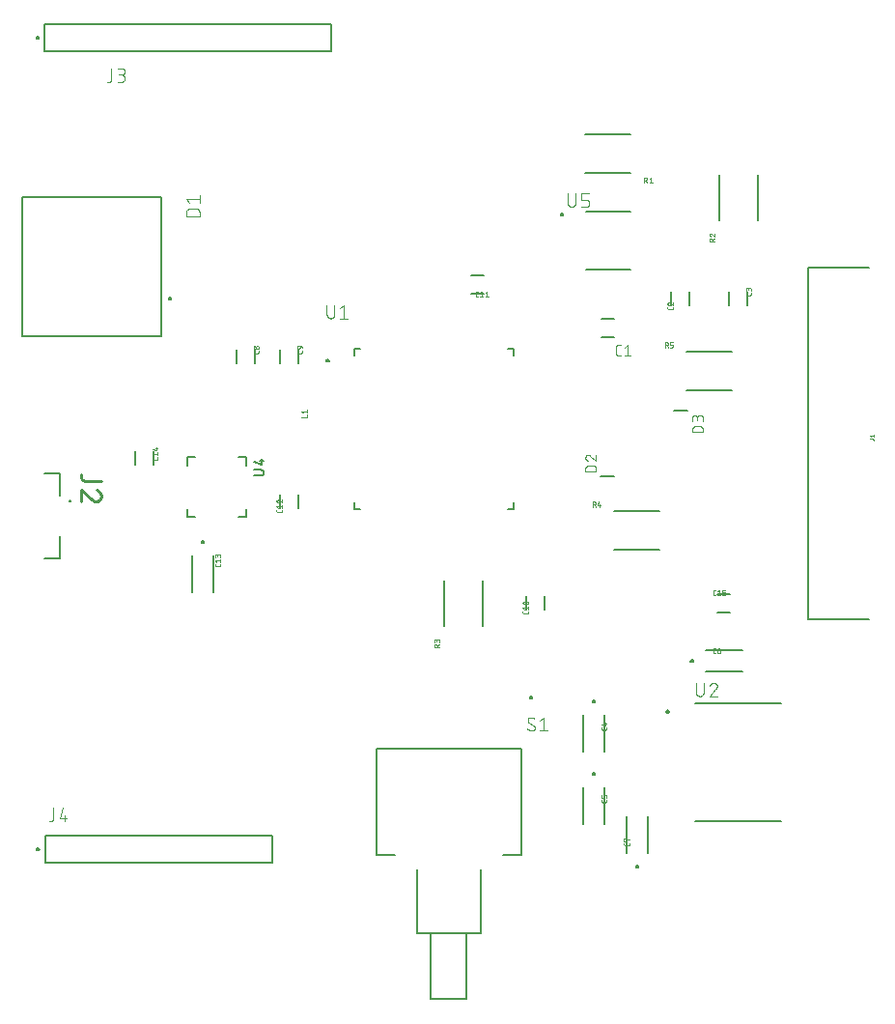
<source format=gbr>
G04 EAGLE Gerber RS-274X export*
G75*
%MOMM*%
%FSLAX34Y34*%
%LPD*%
%INSilkscreen Top*%
%IPPOS*%
%AMOC8*
5,1,8,0,0,1.08239X$1,22.5*%
G01*
%ADD10C,0.127000*%
%ADD11C,0.050800*%
%ADD12C,0.200000*%
%ADD13C,0.101600*%
%ADD14C,0.076200*%
%ADD15C,0.203200*%
%ADD16C,0.254000*%
%ADD17C,0.177800*%


D10*
X449200Y235550D02*
X449200Y247050D01*
X465200Y247050D02*
X465200Y235550D01*
D11*
X450446Y233950D02*
X450446Y232952D01*
X450444Y232889D01*
X450438Y232827D01*
X450428Y232765D01*
X450415Y232704D01*
X450397Y232644D01*
X450376Y232585D01*
X450351Y232527D01*
X450323Y232471D01*
X450291Y232417D01*
X450255Y232365D01*
X450217Y232316D01*
X450176Y232269D01*
X450131Y232225D01*
X450084Y232183D01*
X450035Y232145D01*
X449983Y232109D01*
X449929Y232077D01*
X449873Y232049D01*
X449815Y232024D01*
X449756Y232003D01*
X449696Y231985D01*
X449635Y231972D01*
X449573Y231962D01*
X449511Y231956D01*
X449448Y231954D01*
X446952Y231954D01*
X446889Y231956D01*
X446827Y231962D01*
X446765Y231972D01*
X446704Y231985D01*
X446644Y232003D01*
X446585Y232024D01*
X446527Y232049D01*
X446471Y232077D01*
X446417Y232109D01*
X446365Y232145D01*
X446316Y232183D01*
X446269Y232224D01*
X446225Y232269D01*
X446183Y232316D01*
X446145Y232365D01*
X446109Y232417D01*
X446077Y232471D01*
X446049Y232527D01*
X446024Y232585D01*
X446003Y232644D01*
X445985Y232704D01*
X445972Y232765D01*
X445962Y232827D01*
X445956Y232889D01*
X445954Y232952D01*
X445954Y233950D01*
X446952Y235719D02*
X445954Y236967D01*
X450446Y236967D01*
X450446Y238214D02*
X450446Y235719D01*
X448200Y240219D02*
X448080Y240221D01*
X447960Y240227D01*
X447841Y240236D01*
X447722Y240250D01*
X447603Y240267D01*
X447485Y240289D01*
X447368Y240314D01*
X447251Y240343D01*
X447136Y240375D01*
X447021Y240412D01*
X446908Y240452D01*
X446797Y240495D01*
X446687Y240543D01*
X446578Y240593D01*
X446578Y240594D02*
X446521Y240615D01*
X446467Y240640D01*
X446413Y240669D01*
X446362Y240701D01*
X446314Y240736D01*
X446267Y240774D01*
X446223Y240816D01*
X446182Y240860D01*
X446144Y240906D01*
X446109Y240955D01*
X446077Y241007D01*
X446049Y241060D01*
X446024Y241115D01*
X446003Y241171D01*
X445985Y241229D01*
X445972Y241287D01*
X445962Y241347D01*
X445956Y241407D01*
X445954Y241467D01*
X445956Y241527D01*
X445962Y241587D01*
X445972Y241647D01*
X445985Y241705D01*
X446003Y241763D01*
X446024Y241819D01*
X446049Y241874D01*
X446077Y241927D01*
X446109Y241979D01*
X446144Y242028D01*
X446182Y242074D01*
X446223Y242118D01*
X446267Y242160D01*
X446313Y242198D01*
X446362Y242233D01*
X446413Y242265D01*
X446467Y242294D01*
X446521Y242319D01*
X446578Y242340D01*
X446687Y242390D01*
X446797Y242438D01*
X446908Y242481D01*
X447021Y242521D01*
X447136Y242558D01*
X447251Y242590D01*
X447368Y242619D01*
X447485Y242644D01*
X447603Y242666D01*
X447722Y242683D01*
X447841Y242697D01*
X447960Y242706D01*
X448080Y242712D01*
X448200Y242714D01*
X448200Y240219D02*
X448320Y240221D01*
X448440Y240227D01*
X448559Y240236D01*
X448678Y240250D01*
X448797Y240267D01*
X448915Y240289D01*
X449032Y240314D01*
X449149Y240343D01*
X449264Y240375D01*
X449378Y240412D01*
X449492Y240452D01*
X449603Y240495D01*
X449713Y240543D01*
X449822Y240593D01*
X449822Y240594D02*
X449879Y240615D01*
X449933Y240640D01*
X449987Y240669D01*
X450038Y240701D01*
X450087Y240736D01*
X450133Y240774D01*
X450177Y240816D01*
X450218Y240860D01*
X450256Y240906D01*
X450291Y240955D01*
X450323Y241007D01*
X450351Y241060D01*
X450376Y241115D01*
X450397Y241171D01*
X450415Y241229D01*
X450428Y241287D01*
X450438Y241347D01*
X450444Y241407D01*
X450446Y241467D01*
X449822Y242340D02*
X449713Y242390D01*
X449603Y242438D01*
X449492Y242481D01*
X449378Y242521D01*
X449264Y242558D01*
X449149Y242590D01*
X449032Y242619D01*
X448915Y242644D01*
X448797Y242666D01*
X448678Y242683D01*
X448559Y242697D01*
X448440Y242706D01*
X448320Y242712D01*
X448200Y242714D01*
X449822Y242340D02*
X449879Y242319D01*
X449934Y242294D01*
X449987Y242265D01*
X450038Y242233D01*
X450087Y242198D01*
X450133Y242160D01*
X450177Y242118D01*
X450218Y242074D01*
X450256Y242028D01*
X450291Y241979D01*
X450323Y241927D01*
X450351Y241874D01*
X450376Y241819D01*
X450397Y241763D01*
X450415Y241705D01*
X450428Y241647D01*
X450438Y241587D01*
X450444Y241527D01*
X450446Y241467D01*
X449448Y240468D02*
X446952Y242465D01*
D10*
X412150Y512700D02*
X400650Y512700D01*
X400650Y528700D02*
X412150Y528700D01*
D11*
X406982Y509454D02*
X405984Y509454D01*
X405924Y509456D01*
X405864Y509461D01*
X405804Y509470D01*
X405745Y509483D01*
X405687Y509499D01*
X405630Y509519D01*
X405574Y509542D01*
X405520Y509568D01*
X405468Y509598D01*
X405417Y509631D01*
X405369Y509666D01*
X405322Y509705D01*
X405278Y509746D01*
X405237Y509790D01*
X405198Y509837D01*
X405163Y509885D01*
X405130Y509936D01*
X405100Y509988D01*
X405074Y510042D01*
X405051Y510098D01*
X405031Y510155D01*
X405015Y510213D01*
X405002Y510272D01*
X404993Y510332D01*
X404988Y510392D01*
X404986Y510452D01*
X404986Y512948D01*
X404988Y513011D01*
X404994Y513073D01*
X405004Y513135D01*
X405017Y513196D01*
X405035Y513256D01*
X405056Y513315D01*
X405081Y513373D01*
X405109Y513429D01*
X405141Y513483D01*
X405177Y513535D01*
X405215Y513584D01*
X405256Y513631D01*
X405301Y513675D01*
X405348Y513717D01*
X405397Y513755D01*
X405449Y513791D01*
X405503Y513823D01*
X405559Y513851D01*
X405617Y513876D01*
X405676Y513897D01*
X405736Y513915D01*
X405797Y513928D01*
X405859Y513938D01*
X405921Y513944D01*
X405984Y513946D01*
X406982Y513946D01*
X408751Y512948D02*
X409998Y513946D01*
X409998Y509454D01*
X408751Y509454D02*
X411246Y509454D01*
X413250Y512948D02*
X414498Y513946D01*
X414498Y509454D01*
X413250Y509454D02*
X415746Y509454D01*
D10*
X233300Y335950D02*
X233300Y324450D01*
X249300Y324450D02*
X249300Y335950D01*
D11*
X234546Y322850D02*
X234546Y321852D01*
X234544Y321789D01*
X234538Y321727D01*
X234528Y321665D01*
X234515Y321604D01*
X234497Y321544D01*
X234476Y321485D01*
X234451Y321427D01*
X234423Y321371D01*
X234391Y321317D01*
X234355Y321265D01*
X234317Y321216D01*
X234276Y321169D01*
X234231Y321125D01*
X234184Y321083D01*
X234135Y321045D01*
X234083Y321009D01*
X234029Y320977D01*
X233973Y320949D01*
X233915Y320924D01*
X233856Y320903D01*
X233796Y320885D01*
X233735Y320872D01*
X233673Y320862D01*
X233611Y320856D01*
X233548Y320854D01*
X231052Y320854D01*
X230989Y320856D01*
X230927Y320862D01*
X230865Y320872D01*
X230804Y320885D01*
X230744Y320903D01*
X230685Y320924D01*
X230627Y320949D01*
X230571Y320977D01*
X230517Y321009D01*
X230465Y321045D01*
X230416Y321083D01*
X230369Y321124D01*
X230325Y321169D01*
X230283Y321216D01*
X230245Y321265D01*
X230209Y321317D01*
X230177Y321371D01*
X230149Y321427D01*
X230124Y321485D01*
X230103Y321544D01*
X230085Y321604D01*
X230072Y321665D01*
X230062Y321727D01*
X230056Y321789D01*
X230054Y321852D01*
X230054Y322850D01*
X231052Y324619D02*
X230054Y325867D01*
X234546Y325867D01*
X234546Y327114D02*
X234546Y324619D01*
X230054Y330491D02*
X230056Y330556D01*
X230062Y330621D01*
X230071Y330686D01*
X230084Y330750D01*
X230101Y330813D01*
X230122Y330875D01*
X230146Y330936D01*
X230173Y330995D01*
X230204Y331053D01*
X230239Y331108D01*
X230276Y331162D01*
X230317Y331213D01*
X230360Y331262D01*
X230406Y331308D01*
X230455Y331351D01*
X230506Y331392D01*
X230560Y331429D01*
X230616Y331464D01*
X230673Y331495D01*
X230732Y331522D01*
X230793Y331546D01*
X230855Y331567D01*
X230918Y331584D01*
X230982Y331597D01*
X231047Y331606D01*
X231112Y331612D01*
X231177Y331614D01*
X230054Y330491D02*
X230056Y330418D01*
X230061Y330346D01*
X230070Y330274D01*
X230083Y330203D01*
X230099Y330132D01*
X230119Y330062D01*
X230143Y329993D01*
X230169Y329926D01*
X230199Y329860D01*
X230233Y329795D01*
X230269Y329733D01*
X230309Y329672D01*
X230352Y329613D01*
X230397Y329557D01*
X230446Y329503D01*
X230497Y329451D01*
X230550Y329402D01*
X230606Y329356D01*
X230664Y329312D01*
X230725Y329272D01*
X230787Y329235D01*
X230851Y329201D01*
X230917Y329170D01*
X230984Y329142D01*
X231052Y329118D01*
X232050Y331240D02*
X232004Y331286D01*
X231956Y331329D01*
X231905Y331370D01*
X231852Y331408D01*
X231797Y331443D01*
X231740Y331474D01*
X231682Y331503D01*
X231622Y331529D01*
X231561Y331551D01*
X231499Y331570D01*
X231435Y331586D01*
X231371Y331598D01*
X231307Y331607D01*
X231242Y331612D01*
X231177Y331614D01*
X232050Y331240D02*
X234546Y329119D01*
X234546Y331614D01*
D10*
X174450Y282700D02*
X174450Y250700D01*
X155750Y250700D02*
X155750Y282700D01*
D12*
X164100Y294700D02*
X164102Y294763D01*
X164108Y294825D01*
X164118Y294887D01*
X164131Y294949D01*
X164149Y295009D01*
X164170Y295068D01*
X164195Y295126D01*
X164224Y295182D01*
X164256Y295236D01*
X164291Y295288D01*
X164329Y295337D01*
X164371Y295385D01*
X164415Y295429D01*
X164463Y295471D01*
X164512Y295509D01*
X164564Y295544D01*
X164618Y295576D01*
X164674Y295605D01*
X164732Y295630D01*
X164791Y295651D01*
X164851Y295669D01*
X164913Y295682D01*
X164975Y295692D01*
X165037Y295698D01*
X165100Y295700D01*
X165163Y295698D01*
X165225Y295692D01*
X165287Y295682D01*
X165349Y295669D01*
X165409Y295651D01*
X165468Y295630D01*
X165526Y295605D01*
X165582Y295576D01*
X165636Y295544D01*
X165688Y295509D01*
X165737Y295471D01*
X165785Y295429D01*
X165829Y295385D01*
X165871Y295337D01*
X165909Y295288D01*
X165944Y295236D01*
X165976Y295182D01*
X166005Y295126D01*
X166030Y295068D01*
X166051Y295009D01*
X166069Y294949D01*
X166082Y294887D01*
X166092Y294825D01*
X166098Y294763D01*
X166100Y294700D01*
X166098Y294637D01*
X166092Y294575D01*
X166082Y294513D01*
X166069Y294451D01*
X166051Y294391D01*
X166030Y294332D01*
X166005Y294274D01*
X165976Y294218D01*
X165944Y294164D01*
X165909Y294112D01*
X165871Y294063D01*
X165829Y294015D01*
X165785Y293971D01*
X165737Y293929D01*
X165688Y293891D01*
X165636Y293856D01*
X165582Y293824D01*
X165526Y293795D01*
X165468Y293770D01*
X165409Y293749D01*
X165349Y293731D01*
X165287Y293718D01*
X165225Y293708D01*
X165163Y293702D01*
X165100Y293700D01*
X165037Y293702D01*
X164975Y293708D01*
X164913Y293718D01*
X164851Y293731D01*
X164791Y293749D01*
X164732Y293770D01*
X164674Y293795D01*
X164618Y293824D01*
X164564Y293856D01*
X164512Y293891D01*
X164463Y293929D01*
X164415Y293971D01*
X164371Y294015D01*
X164329Y294063D01*
X164291Y294112D01*
X164256Y294164D01*
X164224Y294218D01*
X164195Y294274D01*
X164170Y294332D01*
X164149Y294391D01*
X164131Y294451D01*
X164118Y294513D01*
X164108Y294575D01*
X164102Y294637D01*
X164100Y294700D01*
D11*
X180546Y275282D02*
X180546Y274284D01*
X180544Y274221D01*
X180538Y274159D01*
X180528Y274097D01*
X180515Y274036D01*
X180497Y273976D01*
X180476Y273917D01*
X180451Y273859D01*
X180423Y273803D01*
X180391Y273749D01*
X180355Y273697D01*
X180317Y273648D01*
X180276Y273601D01*
X180231Y273557D01*
X180184Y273515D01*
X180135Y273477D01*
X180083Y273441D01*
X180029Y273409D01*
X179973Y273381D01*
X179915Y273356D01*
X179856Y273335D01*
X179796Y273317D01*
X179735Y273304D01*
X179673Y273294D01*
X179611Y273288D01*
X179548Y273286D01*
X177052Y273286D01*
X176989Y273288D01*
X176927Y273294D01*
X176865Y273304D01*
X176804Y273317D01*
X176744Y273335D01*
X176685Y273356D01*
X176627Y273381D01*
X176571Y273409D01*
X176517Y273441D01*
X176465Y273477D01*
X176416Y273515D01*
X176369Y273556D01*
X176325Y273601D01*
X176283Y273648D01*
X176245Y273697D01*
X176209Y273749D01*
X176177Y273803D01*
X176149Y273859D01*
X176124Y273917D01*
X176103Y273976D01*
X176085Y274036D01*
X176072Y274097D01*
X176062Y274159D01*
X176056Y274221D01*
X176054Y274284D01*
X176054Y275282D01*
X177052Y277051D02*
X176054Y278298D01*
X180546Y278298D01*
X180546Y277051D02*
X180546Y279546D01*
X180546Y281550D02*
X180546Y282798D01*
X180544Y282867D01*
X180538Y282935D01*
X180529Y283003D01*
X180516Y283071D01*
X180499Y283138D01*
X180478Y283203D01*
X180454Y283268D01*
X180427Y283331D01*
X180396Y283392D01*
X180361Y283452D01*
X180324Y283509D01*
X180283Y283565D01*
X180239Y283618D01*
X180193Y283668D01*
X180143Y283716D01*
X180091Y283761D01*
X180037Y283804D01*
X179981Y283843D01*
X179922Y283879D01*
X179862Y283912D01*
X179799Y283941D01*
X179736Y283967D01*
X179671Y283989D01*
X179604Y284008D01*
X179537Y284023D01*
X179469Y284034D01*
X179401Y284042D01*
X179332Y284046D01*
X179264Y284046D01*
X179195Y284042D01*
X179127Y284034D01*
X179059Y284023D01*
X178992Y284008D01*
X178925Y283989D01*
X178860Y283967D01*
X178797Y283941D01*
X178734Y283912D01*
X178674Y283879D01*
X178615Y283843D01*
X178559Y283804D01*
X178505Y283761D01*
X178453Y283716D01*
X178403Y283668D01*
X178357Y283618D01*
X178313Y283565D01*
X178272Y283509D01*
X178235Y283452D01*
X178200Y283392D01*
X178169Y283331D01*
X178142Y283268D01*
X178118Y283203D01*
X178097Y283138D01*
X178080Y283071D01*
X178067Y283003D01*
X178058Y282935D01*
X178052Y282867D01*
X178050Y282798D01*
X176054Y283048D02*
X176054Y281550D01*
X176054Y283048D02*
X176056Y283109D01*
X176062Y283171D01*
X176071Y283231D01*
X176084Y283291D01*
X176101Y283351D01*
X176121Y283409D01*
X176145Y283465D01*
X176173Y283520D01*
X176203Y283573D01*
X176237Y283625D01*
X176274Y283674D01*
X176314Y283720D01*
X176357Y283764D01*
X176403Y283806D01*
X176451Y283844D01*
X176501Y283880D01*
X176553Y283912D01*
X176607Y283941D01*
X176663Y283967D01*
X176720Y283989D01*
X176779Y284008D01*
X176838Y284023D01*
X176899Y284034D01*
X176960Y284042D01*
X177021Y284046D01*
X177083Y284046D01*
X177144Y284042D01*
X177205Y284034D01*
X177266Y284023D01*
X177325Y284008D01*
X177384Y283989D01*
X177441Y283967D01*
X177497Y283941D01*
X177551Y283912D01*
X177603Y283880D01*
X177653Y283844D01*
X177701Y283806D01*
X177747Y283764D01*
X177790Y283720D01*
X177830Y283674D01*
X177867Y283625D01*
X177901Y283573D01*
X177931Y283520D01*
X177959Y283465D01*
X177983Y283409D01*
X178003Y283351D01*
X178020Y283291D01*
X178033Y283231D01*
X178042Y283171D01*
X178048Y283109D01*
X178050Y283048D01*
X178050Y282050D01*
D10*
X122300Y362550D02*
X122300Y374050D01*
X106300Y374050D02*
X106300Y362550D01*
D11*
X125546Y367884D02*
X125546Y368882D01*
X125546Y367884D02*
X125544Y367821D01*
X125538Y367759D01*
X125528Y367697D01*
X125515Y367636D01*
X125497Y367576D01*
X125476Y367517D01*
X125451Y367459D01*
X125423Y367403D01*
X125391Y367349D01*
X125355Y367297D01*
X125317Y367248D01*
X125276Y367201D01*
X125231Y367157D01*
X125184Y367115D01*
X125135Y367077D01*
X125083Y367041D01*
X125029Y367009D01*
X124973Y366981D01*
X124915Y366956D01*
X124856Y366935D01*
X124796Y366917D01*
X124735Y366904D01*
X124673Y366894D01*
X124611Y366888D01*
X124548Y366886D01*
X122052Y366886D01*
X121989Y366888D01*
X121927Y366894D01*
X121865Y366904D01*
X121804Y366917D01*
X121744Y366935D01*
X121685Y366956D01*
X121627Y366981D01*
X121571Y367009D01*
X121517Y367041D01*
X121465Y367077D01*
X121416Y367115D01*
X121369Y367156D01*
X121325Y367201D01*
X121283Y367248D01*
X121245Y367297D01*
X121209Y367349D01*
X121177Y367403D01*
X121149Y367459D01*
X121124Y367517D01*
X121103Y367576D01*
X121085Y367636D01*
X121072Y367697D01*
X121062Y367759D01*
X121056Y367821D01*
X121054Y367884D01*
X121054Y368882D01*
X122052Y370651D02*
X121054Y371898D01*
X125546Y371898D01*
X125546Y370651D02*
X125546Y373146D01*
X124548Y375150D02*
X121054Y376149D01*
X124548Y375150D02*
X124548Y377646D01*
X123550Y376897D02*
X125546Y376897D01*
D10*
X616550Y249300D02*
X628050Y249300D01*
X628050Y233300D02*
X616550Y233300D01*
D11*
X614950Y248054D02*
X613952Y248054D01*
X613892Y248056D01*
X613832Y248061D01*
X613772Y248070D01*
X613713Y248083D01*
X613655Y248099D01*
X613598Y248119D01*
X613542Y248142D01*
X613488Y248168D01*
X613436Y248198D01*
X613385Y248231D01*
X613337Y248266D01*
X613290Y248305D01*
X613246Y248346D01*
X613205Y248390D01*
X613166Y248437D01*
X613131Y248485D01*
X613098Y248536D01*
X613068Y248588D01*
X613042Y248642D01*
X613019Y248698D01*
X612999Y248755D01*
X612983Y248813D01*
X612970Y248872D01*
X612961Y248932D01*
X612956Y248992D01*
X612954Y249052D01*
X612954Y251548D01*
X612956Y251611D01*
X612962Y251673D01*
X612972Y251735D01*
X612985Y251796D01*
X613003Y251856D01*
X613024Y251915D01*
X613049Y251973D01*
X613077Y252029D01*
X613109Y252083D01*
X613145Y252135D01*
X613183Y252184D01*
X613224Y252231D01*
X613269Y252275D01*
X613316Y252317D01*
X613365Y252355D01*
X613417Y252391D01*
X613471Y252423D01*
X613527Y252451D01*
X613585Y252476D01*
X613644Y252497D01*
X613704Y252515D01*
X613765Y252528D01*
X613827Y252538D01*
X613889Y252544D01*
X613952Y252546D01*
X614950Y252546D01*
X616719Y251548D02*
X617967Y252546D01*
X617967Y248054D01*
X619214Y248054D02*
X616719Y248054D01*
X621219Y248054D02*
X622716Y248054D01*
X622776Y248056D01*
X622836Y248061D01*
X622896Y248070D01*
X622955Y248083D01*
X623013Y248099D01*
X623070Y248119D01*
X623126Y248142D01*
X623180Y248168D01*
X623232Y248198D01*
X623283Y248231D01*
X623331Y248266D01*
X623378Y248305D01*
X623422Y248346D01*
X623463Y248390D01*
X623502Y248437D01*
X623537Y248485D01*
X623570Y248536D01*
X623600Y248588D01*
X623626Y248642D01*
X623649Y248698D01*
X623669Y248755D01*
X623685Y248813D01*
X623698Y248872D01*
X623707Y248932D01*
X623712Y248992D01*
X623714Y249052D01*
X623714Y249551D01*
X623712Y249611D01*
X623707Y249671D01*
X623698Y249731D01*
X623685Y249790D01*
X623669Y249848D01*
X623649Y249905D01*
X623626Y249961D01*
X623600Y250015D01*
X623570Y250067D01*
X623537Y250118D01*
X623502Y250166D01*
X623463Y250213D01*
X623422Y250257D01*
X623378Y250298D01*
X623331Y250337D01*
X623283Y250372D01*
X623232Y250405D01*
X623180Y250435D01*
X623126Y250461D01*
X623070Y250484D01*
X623013Y250504D01*
X622955Y250520D01*
X622896Y250533D01*
X622836Y250542D01*
X622776Y250547D01*
X622716Y250549D01*
X622716Y250550D02*
X621219Y250550D01*
X621219Y252546D01*
X623714Y252546D01*
D10*
X576200Y502250D02*
X576200Y513750D01*
X592200Y513750D02*
X592200Y502250D01*
D11*
X577446Y500650D02*
X577446Y499652D01*
X577444Y499589D01*
X577438Y499527D01*
X577428Y499465D01*
X577415Y499404D01*
X577397Y499344D01*
X577376Y499285D01*
X577351Y499227D01*
X577323Y499171D01*
X577291Y499117D01*
X577255Y499065D01*
X577217Y499016D01*
X577176Y498969D01*
X577131Y498925D01*
X577084Y498883D01*
X577035Y498845D01*
X576983Y498809D01*
X576929Y498777D01*
X576873Y498749D01*
X576815Y498724D01*
X576756Y498703D01*
X576696Y498685D01*
X576635Y498672D01*
X576573Y498662D01*
X576511Y498656D01*
X576448Y498654D01*
X573952Y498654D01*
X573889Y498656D01*
X573827Y498662D01*
X573765Y498672D01*
X573704Y498685D01*
X573644Y498703D01*
X573585Y498724D01*
X573527Y498749D01*
X573471Y498777D01*
X573417Y498809D01*
X573365Y498845D01*
X573316Y498883D01*
X573269Y498924D01*
X573225Y498969D01*
X573183Y499016D01*
X573145Y499065D01*
X573109Y499117D01*
X573077Y499171D01*
X573049Y499227D01*
X573024Y499285D01*
X573003Y499344D01*
X572985Y499404D01*
X572972Y499465D01*
X572962Y499527D01*
X572956Y499589D01*
X572954Y499652D01*
X572954Y500650D01*
X572954Y503791D02*
X572956Y503856D01*
X572962Y503921D01*
X572971Y503986D01*
X572984Y504050D01*
X573001Y504113D01*
X573022Y504175D01*
X573046Y504236D01*
X573073Y504295D01*
X573104Y504353D01*
X573139Y504408D01*
X573176Y504462D01*
X573217Y504513D01*
X573260Y504562D01*
X573306Y504608D01*
X573355Y504651D01*
X573406Y504692D01*
X573460Y504729D01*
X573516Y504764D01*
X573573Y504795D01*
X573632Y504822D01*
X573693Y504846D01*
X573755Y504867D01*
X573818Y504884D01*
X573882Y504897D01*
X573947Y504906D01*
X574012Y504912D01*
X574077Y504914D01*
X572954Y503791D02*
X572956Y503718D01*
X572961Y503646D01*
X572970Y503574D01*
X572983Y503503D01*
X572999Y503432D01*
X573019Y503362D01*
X573043Y503293D01*
X573069Y503226D01*
X573099Y503160D01*
X573133Y503095D01*
X573169Y503033D01*
X573209Y502972D01*
X573252Y502913D01*
X573297Y502857D01*
X573346Y502803D01*
X573397Y502751D01*
X573450Y502702D01*
X573506Y502656D01*
X573564Y502612D01*
X573625Y502572D01*
X573687Y502535D01*
X573751Y502501D01*
X573817Y502470D01*
X573884Y502442D01*
X573952Y502418D01*
X574950Y504540D02*
X574904Y504586D01*
X574856Y504629D01*
X574805Y504670D01*
X574752Y504708D01*
X574697Y504743D01*
X574640Y504774D01*
X574582Y504803D01*
X574522Y504829D01*
X574461Y504851D01*
X574399Y504870D01*
X574335Y504886D01*
X574271Y504898D01*
X574207Y504907D01*
X574142Y504912D01*
X574077Y504914D01*
X574950Y504540D02*
X577446Y502419D01*
X577446Y504914D01*
D10*
X643000Y502250D02*
X643000Y513750D01*
X627000Y513750D02*
X627000Y502250D01*
D11*
X646246Y512084D02*
X646246Y513082D01*
X646246Y512084D02*
X646244Y512021D01*
X646238Y511959D01*
X646228Y511897D01*
X646215Y511836D01*
X646197Y511776D01*
X646176Y511717D01*
X646151Y511659D01*
X646123Y511603D01*
X646091Y511549D01*
X646055Y511497D01*
X646017Y511448D01*
X645976Y511401D01*
X645931Y511357D01*
X645884Y511315D01*
X645835Y511277D01*
X645783Y511241D01*
X645729Y511209D01*
X645673Y511181D01*
X645615Y511156D01*
X645556Y511135D01*
X645496Y511117D01*
X645435Y511104D01*
X645373Y511094D01*
X645311Y511088D01*
X645248Y511086D01*
X642752Y511086D01*
X642689Y511088D01*
X642627Y511094D01*
X642565Y511104D01*
X642504Y511117D01*
X642444Y511135D01*
X642385Y511156D01*
X642327Y511181D01*
X642271Y511209D01*
X642217Y511241D01*
X642165Y511277D01*
X642116Y511315D01*
X642069Y511356D01*
X642025Y511401D01*
X641983Y511448D01*
X641945Y511497D01*
X641909Y511549D01*
X641877Y511603D01*
X641849Y511659D01*
X641824Y511717D01*
X641803Y511776D01*
X641785Y511836D01*
X641772Y511897D01*
X641762Y511959D01*
X641756Y512021D01*
X641754Y512084D01*
X641754Y513082D01*
X646246Y514850D02*
X646246Y516098D01*
X646244Y516167D01*
X646238Y516235D01*
X646229Y516303D01*
X646216Y516371D01*
X646199Y516438D01*
X646178Y516503D01*
X646154Y516568D01*
X646127Y516631D01*
X646096Y516692D01*
X646061Y516752D01*
X646024Y516809D01*
X645983Y516865D01*
X645939Y516918D01*
X645893Y516968D01*
X645843Y517016D01*
X645791Y517061D01*
X645737Y517104D01*
X645681Y517143D01*
X645622Y517179D01*
X645562Y517212D01*
X645499Y517241D01*
X645436Y517267D01*
X645371Y517289D01*
X645304Y517308D01*
X645237Y517323D01*
X645169Y517334D01*
X645101Y517342D01*
X645032Y517346D01*
X644964Y517346D01*
X644895Y517342D01*
X644827Y517334D01*
X644759Y517323D01*
X644692Y517308D01*
X644625Y517289D01*
X644560Y517267D01*
X644497Y517241D01*
X644434Y517212D01*
X644374Y517179D01*
X644315Y517143D01*
X644259Y517104D01*
X644205Y517061D01*
X644153Y517016D01*
X644103Y516968D01*
X644057Y516918D01*
X644013Y516865D01*
X643972Y516809D01*
X643935Y516752D01*
X643900Y516692D01*
X643869Y516631D01*
X643842Y516568D01*
X643818Y516503D01*
X643797Y516438D01*
X643780Y516371D01*
X643767Y516303D01*
X643758Y516235D01*
X643752Y516167D01*
X643750Y516098D01*
X641754Y516348D02*
X641754Y514850D01*
X641754Y516348D02*
X641756Y516409D01*
X641762Y516471D01*
X641771Y516531D01*
X641784Y516591D01*
X641801Y516651D01*
X641821Y516709D01*
X641845Y516765D01*
X641873Y516820D01*
X641903Y516873D01*
X641937Y516925D01*
X641974Y516974D01*
X642014Y517020D01*
X642057Y517064D01*
X642103Y517106D01*
X642151Y517144D01*
X642201Y517180D01*
X642253Y517212D01*
X642307Y517241D01*
X642363Y517267D01*
X642420Y517289D01*
X642479Y517308D01*
X642538Y517323D01*
X642599Y517334D01*
X642660Y517342D01*
X642721Y517346D01*
X642783Y517346D01*
X642844Y517342D01*
X642905Y517334D01*
X642966Y517323D01*
X643025Y517308D01*
X643084Y517289D01*
X643141Y517267D01*
X643197Y517241D01*
X643251Y517212D01*
X643303Y517180D01*
X643353Y517144D01*
X643401Y517106D01*
X643447Y517064D01*
X643490Y517020D01*
X643530Y516974D01*
X643567Y516925D01*
X643601Y516873D01*
X643631Y516820D01*
X643659Y516765D01*
X643683Y516709D01*
X643703Y516651D01*
X643720Y516591D01*
X643733Y516531D01*
X643742Y516471D01*
X643748Y516409D01*
X643750Y516348D01*
X643750Y515350D01*
D10*
X517350Y143000D02*
X517350Y111000D01*
X498650Y111000D02*
X498650Y143000D01*
D12*
X507000Y155000D02*
X507002Y155063D01*
X507008Y155125D01*
X507018Y155187D01*
X507031Y155249D01*
X507049Y155309D01*
X507070Y155368D01*
X507095Y155426D01*
X507124Y155482D01*
X507156Y155536D01*
X507191Y155588D01*
X507229Y155637D01*
X507271Y155685D01*
X507315Y155729D01*
X507363Y155771D01*
X507412Y155809D01*
X507464Y155844D01*
X507518Y155876D01*
X507574Y155905D01*
X507632Y155930D01*
X507691Y155951D01*
X507751Y155969D01*
X507813Y155982D01*
X507875Y155992D01*
X507937Y155998D01*
X508000Y156000D01*
X508063Y155998D01*
X508125Y155992D01*
X508187Y155982D01*
X508249Y155969D01*
X508309Y155951D01*
X508368Y155930D01*
X508426Y155905D01*
X508482Y155876D01*
X508536Y155844D01*
X508588Y155809D01*
X508637Y155771D01*
X508685Y155729D01*
X508729Y155685D01*
X508771Y155637D01*
X508809Y155588D01*
X508844Y155536D01*
X508876Y155482D01*
X508905Y155426D01*
X508930Y155368D01*
X508951Y155309D01*
X508969Y155249D01*
X508982Y155187D01*
X508992Y155125D01*
X508998Y155063D01*
X509000Y155000D01*
X508998Y154937D01*
X508992Y154875D01*
X508982Y154813D01*
X508969Y154751D01*
X508951Y154691D01*
X508930Y154632D01*
X508905Y154574D01*
X508876Y154518D01*
X508844Y154464D01*
X508809Y154412D01*
X508771Y154363D01*
X508729Y154315D01*
X508685Y154271D01*
X508637Y154229D01*
X508588Y154191D01*
X508536Y154156D01*
X508482Y154124D01*
X508426Y154095D01*
X508368Y154070D01*
X508309Y154049D01*
X508249Y154031D01*
X508187Y154018D01*
X508125Y154008D01*
X508063Y154002D01*
X508000Y154000D01*
X507937Y154002D01*
X507875Y154008D01*
X507813Y154018D01*
X507751Y154031D01*
X507691Y154049D01*
X507632Y154070D01*
X507574Y154095D01*
X507518Y154124D01*
X507464Y154156D01*
X507412Y154191D01*
X507363Y154229D01*
X507315Y154271D01*
X507271Y154315D01*
X507229Y154363D01*
X507191Y154412D01*
X507156Y154464D01*
X507124Y154518D01*
X507095Y154574D01*
X507070Y154632D01*
X507049Y154691D01*
X507031Y154751D01*
X507018Y154813D01*
X507008Y154875D01*
X507002Y154937D01*
X507000Y155000D01*
D11*
X519246Y132082D02*
X519246Y131084D01*
X519244Y131021D01*
X519238Y130959D01*
X519228Y130897D01*
X519215Y130836D01*
X519197Y130776D01*
X519176Y130717D01*
X519151Y130659D01*
X519123Y130603D01*
X519091Y130549D01*
X519055Y130497D01*
X519017Y130448D01*
X518976Y130401D01*
X518931Y130357D01*
X518884Y130315D01*
X518835Y130277D01*
X518783Y130241D01*
X518729Y130209D01*
X518673Y130181D01*
X518615Y130156D01*
X518556Y130135D01*
X518496Y130117D01*
X518435Y130104D01*
X518373Y130094D01*
X518311Y130088D01*
X518248Y130086D01*
X515752Y130086D01*
X515689Y130088D01*
X515627Y130094D01*
X515565Y130104D01*
X515504Y130117D01*
X515444Y130135D01*
X515385Y130156D01*
X515327Y130181D01*
X515271Y130209D01*
X515217Y130241D01*
X515165Y130277D01*
X515116Y130315D01*
X515069Y130356D01*
X515025Y130401D01*
X514983Y130448D01*
X514945Y130497D01*
X514909Y130549D01*
X514877Y130603D01*
X514849Y130659D01*
X514824Y130717D01*
X514803Y130776D01*
X514785Y130836D01*
X514772Y130897D01*
X514762Y130959D01*
X514756Y131021D01*
X514754Y131084D01*
X514754Y132082D01*
X514754Y134849D02*
X518248Y133850D01*
X518248Y136346D01*
X517250Y135597D02*
X519246Y135597D01*
D10*
X517350Y79500D02*
X517350Y47500D01*
X498650Y47500D02*
X498650Y79500D01*
D12*
X507000Y91500D02*
X507002Y91563D01*
X507008Y91625D01*
X507018Y91687D01*
X507031Y91749D01*
X507049Y91809D01*
X507070Y91868D01*
X507095Y91926D01*
X507124Y91982D01*
X507156Y92036D01*
X507191Y92088D01*
X507229Y92137D01*
X507271Y92185D01*
X507315Y92229D01*
X507363Y92271D01*
X507412Y92309D01*
X507464Y92344D01*
X507518Y92376D01*
X507574Y92405D01*
X507632Y92430D01*
X507691Y92451D01*
X507751Y92469D01*
X507813Y92482D01*
X507875Y92492D01*
X507937Y92498D01*
X508000Y92500D01*
X508063Y92498D01*
X508125Y92492D01*
X508187Y92482D01*
X508249Y92469D01*
X508309Y92451D01*
X508368Y92430D01*
X508426Y92405D01*
X508482Y92376D01*
X508536Y92344D01*
X508588Y92309D01*
X508637Y92271D01*
X508685Y92229D01*
X508729Y92185D01*
X508771Y92137D01*
X508809Y92088D01*
X508844Y92036D01*
X508876Y91982D01*
X508905Y91926D01*
X508930Y91868D01*
X508951Y91809D01*
X508969Y91749D01*
X508982Y91687D01*
X508992Y91625D01*
X508998Y91563D01*
X509000Y91500D01*
X508998Y91437D01*
X508992Y91375D01*
X508982Y91313D01*
X508969Y91251D01*
X508951Y91191D01*
X508930Y91132D01*
X508905Y91074D01*
X508876Y91018D01*
X508844Y90964D01*
X508809Y90912D01*
X508771Y90863D01*
X508729Y90815D01*
X508685Y90771D01*
X508637Y90729D01*
X508588Y90691D01*
X508536Y90656D01*
X508482Y90624D01*
X508426Y90595D01*
X508368Y90570D01*
X508309Y90549D01*
X508249Y90531D01*
X508187Y90518D01*
X508125Y90508D01*
X508063Y90502D01*
X508000Y90500D01*
X507937Y90502D01*
X507875Y90508D01*
X507813Y90518D01*
X507751Y90531D01*
X507691Y90549D01*
X507632Y90570D01*
X507574Y90595D01*
X507518Y90624D01*
X507464Y90656D01*
X507412Y90691D01*
X507363Y90729D01*
X507315Y90771D01*
X507271Y90815D01*
X507229Y90863D01*
X507191Y90912D01*
X507156Y90964D01*
X507124Y91018D01*
X507095Y91074D01*
X507070Y91132D01*
X507049Y91191D01*
X507031Y91251D01*
X507018Y91313D01*
X507008Y91375D01*
X507002Y91437D01*
X507000Y91500D01*
D11*
X519246Y68582D02*
X519246Y67584D01*
X519244Y67521D01*
X519238Y67459D01*
X519228Y67397D01*
X519215Y67336D01*
X519197Y67276D01*
X519176Y67217D01*
X519151Y67159D01*
X519123Y67103D01*
X519091Y67049D01*
X519055Y66997D01*
X519017Y66948D01*
X518976Y66901D01*
X518931Y66857D01*
X518884Y66815D01*
X518835Y66777D01*
X518783Y66741D01*
X518729Y66709D01*
X518673Y66681D01*
X518615Y66656D01*
X518556Y66635D01*
X518496Y66617D01*
X518435Y66604D01*
X518373Y66594D01*
X518311Y66588D01*
X518248Y66586D01*
X515752Y66586D01*
X515689Y66588D01*
X515627Y66594D01*
X515565Y66604D01*
X515504Y66617D01*
X515444Y66635D01*
X515385Y66656D01*
X515327Y66681D01*
X515271Y66709D01*
X515217Y66741D01*
X515165Y66777D01*
X515116Y66815D01*
X515069Y66856D01*
X515025Y66901D01*
X514983Y66948D01*
X514945Y66997D01*
X514909Y67049D01*
X514877Y67103D01*
X514849Y67159D01*
X514824Y67217D01*
X514803Y67276D01*
X514785Y67336D01*
X514772Y67397D01*
X514762Y67459D01*
X514756Y67521D01*
X514754Y67584D01*
X514754Y68582D01*
X519246Y70350D02*
X519246Y71848D01*
X519244Y71908D01*
X519239Y71968D01*
X519230Y72028D01*
X519217Y72087D01*
X519201Y72145D01*
X519181Y72202D01*
X519158Y72258D01*
X519132Y72312D01*
X519102Y72364D01*
X519069Y72415D01*
X519034Y72463D01*
X518995Y72510D01*
X518954Y72554D01*
X518910Y72595D01*
X518863Y72634D01*
X518815Y72669D01*
X518764Y72702D01*
X518712Y72732D01*
X518658Y72758D01*
X518602Y72781D01*
X518545Y72801D01*
X518487Y72817D01*
X518428Y72830D01*
X518368Y72839D01*
X518308Y72844D01*
X518248Y72846D01*
X517749Y72846D01*
X517686Y72844D01*
X517624Y72838D01*
X517562Y72828D01*
X517501Y72815D01*
X517441Y72797D01*
X517382Y72776D01*
X517324Y72751D01*
X517268Y72723D01*
X517214Y72691D01*
X517162Y72655D01*
X517113Y72617D01*
X517066Y72576D01*
X517022Y72531D01*
X516980Y72484D01*
X516942Y72435D01*
X516906Y72383D01*
X516874Y72329D01*
X516846Y72273D01*
X516821Y72215D01*
X516800Y72156D01*
X516782Y72096D01*
X516769Y72035D01*
X516759Y71973D01*
X516753Y71911D01*
X516751Y71848D01*
X516750Y71848D02*
X516750Y70350D01*
X514754Y70350D01*
X514754Y72846D01*
D10*
X606300Y199850D02*
X638300Y199850D01*
X638300Y181150D02*
X606300Y181150D01*
D12*
X593300Y190500D02*
X593302Y190563D01*
X593308Y190625D01*
X593318Y190687D01*
X593331Y190749D01*
X593349Y190809D01*
X593370Y190868D01*
X593395Y190926D01*
X593424Y190982D01*
X593456Y191036D01*
X593491Y191088D01*
X593529Y191137D01*
X593571Y191185D01*
X593615Y191229D01*
X593663Y191271D01*
X593712Y191309D01*
X593764Y191344D01*
X593818Y191376D01*
X593874Y191405D01*
X593932Y191430D01*
X593991Y191451D01*
X594051Y191469D01*
X594113Y191482D01*
X594175Y191492D01*
X594237Y191498D01*
X594300Y191500D01*
X594363Y191498D01*
X594425Y191492D01*
X594487Y191482D01*
X594549Y191469D01*
X594609Y191451D01*
X594668Y191430D01*
X594726Y191405D01*
X594782Y191376D01*
X594836Y191344D01*
X594888Y191309D01*
X594937Y191271D01*
X594985Y191229D01*
X595029Y191185D01*
X595071Y191137D01*
X595109Y191088D01*
X595144Y191036D01*
X595176Y190982D01*
X595205Y190926D01*
X595230Y190868D01*
X595251Y190809D01*
X595269Y190749D01*
X595282Y190687D01*
X595292Y190625D01*
X595298Y190563D01*
X595300Y190500D01*
X595298Y190437D01*
X595292Y190375D01*
X595282Y190313D01*
X595269Y190251D01*
X595251Y190191D01*
X595230Y190132D01*
X595205Y190074D01*
X595176Y190018D01*
X595144Y189964D01*
X595109Y189912D01*
X595071Y189863D01*
X595029Y189815D01*
X594985Y189771D01*
X594937Y189729D01*
X594888Y189691D01*
X594836Y189656D01*
X594782Y189624D01*
X594726Y189595D01*
X594668Y189570D01*
X594609Y189549D01*
X594549Y189531D01*
X594487Y189518D01*
X594425Y189508D01*
X594363Y189502D01*
X594300Y189500D01*
X594237Y189502D01*
X594175Y189508D01*
X594113Y189518D01*
X594051Y189531D01*
X593991Y189549D01*
X593932Y189570D01*
X593874Y189595D01*
X593818Y189624D01*
X593764Y189656D01*
X593712Y189691D01*
X593663Y189729D01*
X593615Y189771D01*
X593571Y189815D01*
X593529Y189863D01*
X593491Y189912D01*
X593456Y189964D01*
X593424Y190018D01*
X593395Y190074D01*
X593370Y190132D01*
X593349Y190191D01*
X593331Y190251D01*
X593318Y190313D01*
X593308Y190375D01*
X593302Y190437D01*
X593300Y190500D01*
D11*
X613952Y197254D02*
X614950Y197254D01*
X613952Y197254D02*
X613892Y197256D01*
X613832Y197261D01*
X613772Y197270D01*
X613713Y197283D01*
X613655Y197299D01*
X613598Y197319D01*
X613542Y197342D01*
X613488Y197368D01*
X613436Y197398D01*
X613385Y197431D01*
X613337Y197466D01*
X613290Y197505D01*
X613246Y197546D01*
X613205Y197590D01*
X613166Y197637D01*
X613131Y197685D01*
X613098Y197736D01*
X613068Y197788D01*
X613042Y197842D01*
X613019Y197898D01*
X612999Y197955D01*
X612983Y198013D01*
X612970Y198072D01*
X612961Y198132D01*
X612956Y198192D01*
X612954Y198252D01*
X612954Y200748D01*
X612956Y200811D01*
X612962Y200873D01*
X612972Y200935D01*
X612985Y200996D01*
X613003Y201056D01*
X613024Y201115D01*
X613049Y201173D01*
X613077Y201229D01*
X613109Y201283D01*
X613145Y201335D01*
X613183Y201384D01*
X613224Y201431D01*
X613269Y201475D01*
X613316Y201517D01*
X613365Y201555D01*
X613417Y201591D01*
X613471Y201623D01*
X613527Y201651D01*
X613585Y201676D01*
X613644Y201697D01*
X613704Y201715D01*
X613765Y201728D01*
X613827Y201738D01*
X613889Y201744D01*
X613952Y201746D01*
X614950Y201746D01*
X616719Y199750D02*
X618216Y199750D01*
X618216Y199749D02*
X618276Y199747D01*
X618336Y199742D01*
X618396Y199733D01*
X618455Y199720D01*
X618513Y199704D01*
X618570Y199684D01*
X618626Y199661D01*
X618680Y199635D01*
X618732Y199605D01*
X618783Y199572D01*
X618831Y199537D01*
X618878Y199498D01*
X618922Y199457D01*
X618963Y199413D01*
X619002Y199366D01*
X619037Y199318D01*
X619070Y199267D01*
X619100Y199215D01*
X619126Y199161D01*
X619149Y199105D01*
X619169Y199048D01*
X619185Y198990D01*
X619198Y198931D01*
X619207Y198871D01*
X619212Y198811D01*
X619214Y198751D01*
X619214Y198502D01*
X619215Y198502D02*
X619213Y198433D01*
X619207Y198365D01*
X619198Y198297D01*
X619185Y198229D01*
X619168Y198162D01*
X619147Y198097D01*
X619123Y198032D01*
X619096Y197969D01*
X619065Y197908D01*
X619030Y197848D01*
X618993Y197791D01*
X618952Y197735D01*
X618908Y197682D01*
X618862Y197632D01*
X618812Y197584D01*
X618760Y197539D01*
X618706Y197496D01*
X618650Y197457D01*
X618591Y197421D01*
X618531Y197388D01*
X618468Y197359D01*
X618405Y197333D01*
X618340Y197311D01*
X618273Y197292D01*
X618206Y197277D01*
X618138Y197266D01*
X618070Y197258D01*
X618001Y197254D01*
X617933Y197254D01*
X617864Y197258D01*
X617796Y197266D01*
X617728Y197277D01*
X617661Y197292D01*
X617594Y197311D01*
X617529Y197333D01*
X617466Y197359D01*
X617403Y197388D01*
X617343Y197421D01*
X617284Y197457D01*
X617228Y197496D01*
X617174Y197539D01*
X617122Y197584D01*
X617072Y197632D01*
X617026Y197682D01*
X616982Y197735D01*
X616941Y197791D01*
X616904Y197848D01*
X616869Y197908D01*
X616838Y197969D01*
X616811Y198032D01*
X616787Y198097D01*
X616766Y198162D01*
X616749Y198229D01*
X616736Y198297D01*
X616727Y198365D01*
X616721Y198433D01*
X616719Y198502D01*
X616719Y199750D01*
X616721Y199837D01*
X616727Y199924D01*
X616736Y200011D01*
X616749Y200097D01*
X616766Y200182D01*
X616787Y200267D01*
X616811Y200350D01*
X616839Y200433D01*
X616871Y200514D01*
X616906Y200594D01*
X616945Y200672D01*
X616986Y200748D01*
X617032Y200822D01*
X617080Y200895D01*
X617131Y200965D01*
X617186Y201033D01*
X617243Y201098D01*
X617304Y201161D01*
X617367Y201222D01*
X617432Y201279D01*
X617500Y201334D01*
X617570Y201385D01*
X617643Y201433D01*
X617717Y201479D01*
X617793Y201520D01*
X617871Y201559D01*
X617951Y201594D01*
X618032Y201626D01*
X618115Y201654D01*
X618198Y201678D01*
X618283Y201699D01*
X618368Y201716D01*
X618454Y201729D01*
X618541Y201738D01*
X618628Y201744D01*
X618715Y201746D01*
D10*
X536750Y54100D02*
X536750Y22100D01*
X555450Y22100D02*
X555450Y54100D01*
D12*
X545100Y10100D02*
X545102Y10163D01*
X545108Y10225D01*
X545118Y10287D01*
X545131Y10349D01*
X545149Y10409D01*
X545170Y10468D01*
X545195Y10526D01*
X545224Y10582D01*
X545256Y10636D01*
X545291Y10688D01*
X545329Y10737D01*
X545371Y10785D01*
X545415Y10829D01*
X545463Y10871D01*
X545512Y10909D01*
X545564Y10944D01*
X545618Y10976D01*
X545674Y11005D01*
X545732Y11030D01*
X545791Y11051D01*
X545851Y11069D01*
X545913Y11082D01*
X545975Y11092D01*
X546037Y11098D01*
X546100Y11100D01*
X546163Y11098D01*
X546225Y11092D01*
X546287Y11082D01*
X546349Y11069D01*
X546409Y11051D01*
X546468Y11030D01*
X546526Y11005D01*
X546582Y10976D01*
X546636Y10944D01*
X546688Y10909D01*
X546737Y10871D01*
X546785Y10829D01*
X546829Y10785D01*
X546871Y10737D01*
X546909Y10688D01*
X546944Y10636D01*
X546976Y10582D01*
X547005Y10526D01*
X547030Y10468D01*
X547051Y10409D01*
X547069Y10349D01*
X547082Y10287D01*
X547092Y10225D01*
X547098Y10163D01*
X547100Y10100D01*
X547098Y10037D01*
X547092Y9975D01*
X547082Y9913D01*
X547069Y9851D01*
X547051Y9791D01*
X547030Y9732D01*
X547005Y9674D01*
X546976Y9618D01*
X546944Y9564D01*
X546909Y9512D01*
X546871Y9463D01*
X546829Y9415D01*
X546785Y9371D01*
X546737Y9329D01*
X546688Y9291D01*
X546636Y9256D01*
X546582Y9224D01*
X546526Y9195D01*
X546468Y9170D01*
X546409Y9149D01*
X546349Y9131D01*
X546287Y9118D01*
X546225Y9108D01*
X546163Y9102D01*
X546100Y9100D01*
X546037Y9102D01*
X545975Y9108D01*
X545913Y9118D01*
X545851Y9131D01*
X545791Y9149D01*
X545732Y9170D01*
X545674Y9195D01*
X545618Y9224D01*
X545564Y9256D01*
X545512Y9291D01*
X545463Y9329D01*
X545415Y9371D01*
X545371Y9415D01*
X545329Y9463D01*
X545291Y9512D01*
X545256Y9564D01*
X545224Y9618D01*
X545195Y9674D01*
X545170Y9732D01*
X545149Y9791D01*
X545131Y9851D01*
X545118Y9913D01*
X545108Y9975D01*
X545102Y10037D01*
X545100Y10100D01*
D11*
X539346Y29752D02*
X539346Y30750D01*
X539346Y29752D02*
X539344Y29689D01*
X539338Y29627D01*
X539328Y29565D01*
X539315Y29504D01*
X539297Y29444D01*
X539276Y29385D01*
X539251Y29327D01*
X539223Y29271D01*
X539191Y29217D01*
X539155Y29165D01*
X539117Y29116D01*
X539076Y29069D01*
X539031Y29025D01*
X538984Y28983D01*
X538935Y28945D01*
X538883Y28909D01*
X538829Y28877D01*
X538773Y28849D01*
X538715Y28824D01*
X538656Y28803D01*
X538596Y28785D01*
X538535Y28772D01*
X538473Y28762D01*
X538411Y28756D01*
X538348Y28754D01*
X535852Y28754D01*
X535789Y28756D01*
X535727Y28762D01*
X535665Y28772D01*
X535604Y28785D01*
X535544Y28803D01*
X535485Y28824D01*
X535427Y28849D01*
X535371Y28877D01*
X535317Y28909D01*
X535265Y28945D01*
X535216Y28983D01*
X535169Y29024D01*
X535125Y29069D01*
X535083Y29116D01*
X535045Y29165D01*
X535009Y29217D01*
X534977Y29271D01*
X534949Y29327D01*
X534924Y29385D01*
X534903Y29444D01*
X534885Y29504D01*
X534872Y29565D01*
X534862Y29627D01*
X534856Y29689D01*
X534854Y29752D01*
X534854Y30750D01*
X534854Y32519D02*
X535353Y32519D01*
X534854Y32519D02*
X534854Y35014D01*
X539346Y33767D01*
D10*
X211200Y451450D02*
X211200Y462950D01*
X195200Y462950D02*
X195200Y451450D01*
D11*
X214446Y461284D02*
X214446Y462282D01*
X214446Y461284D02*
X214444Y461221D01*
X214438Y461159D01*
X214428Y461097D01*
X214415Y461036D01*
X214397Y460976D01*
X214376Y460917D01*
X214351Y460859D01*
X214323Y460803D01*
X214291Y460749D01*
X214255Y460697D01*
X214217Y460648D01*
X214176Y460601D01*
X214131Y460557D01*
X214084Y460515D01*
X214035Y460477D01*
X213983Y460441D01*
X213929Y460409D01*
X213873Y460381D01*
X213815Y460356D01*
X213756Y460335D01*
X213696Y460317D01*
X213635Y460304D01*
X213573Y460294D01*
X213511Y460288D01*
X213448Y460286D01*
X210952Y460286D01*
X210889Y460288D01*
X210827Y460294D01*
X210765Y460304D01*
X210704Y460317D01*
X210644Y460335D01*
X210585Y460356D01*
X210527Y460381D01*
X210471Y460409D01*
X210417Y460441D01*
X210365Y460477D01*
X210316Y460515D01*
X210269Y460556D01*
X210225Y460601D01*
X210183Y460648D01*
X210145Y460697D01*
X210109Y460749D01*
X210077Y460803D01*
X210049Y460859D01*
X210024Y460917D01*
X210003Y460976D01*
X209985Y461036D01*
X209972Y461097D01*
X209962Y461159D01*
X209956Y461221D01*
X209954Y461284D01*
X209954Y462282D01*
X213198Y464050D02*
X213129Y464052D01*
X213061Y464058D01*
X212993Y464067D01*
X212925Y464080D01*
X212858Y464097D01*
X212793Y464118D01*
X212728Y464142D01*
X212665Y464169D01*
X212604Y464200D01*
X212544Y464235D01*
X212487Y464272D01*
X212431Y464313D01*
X212378Y464357D01*
X212328Y464403D01*
X212280Y464453D01*
X212235Y464505D01*
X212192Y464559D01*
X212153Y464615D01*
X212117Y464674D01*
X212084Y464734D01*
X212055Y464797D01*
X212029Y464860D01*
X212007Y464925D01*
X211988Y464992D01*
X211973Y465059D01*
X211962Y465127D01*
X211954Y465195D01*
X211950Y465264D01*
X211950Y465332D01*
X211954Y465401D01*
X211962Y465469D01*
X211973Y465537D01*
X211988Y465604D01*
X212007Y465671D01*
X212029Y465736D01*
X212055Y465799D01*
X212084Y465862D01*
X212117Y465922D01*
X212153Y465981D01*
X212192Y466037D01*
X212235Y466091D01*
X212280Y466143D01*
X212328Y466193D01*
X212378Y466239D01*
X212431Y466283D01*
X212487Y466324D01*
X212544Y466361D01*
X212604Y466396D01*
X212665Y466427D01*
X212728Y466454D01*
X212793Y466478D01*
X212858Y466499D01*
X212925Y466516D01*
X212993Y466529D01*
X213061Y466538D01*
X213129Y466544D01*
X213198Y466546D01*
X213267Y466544D01*
X213335Y466538D01*
X213403Y466529D01*
X213471Y466516D01*
X213538Y466499D01*
X213603Y466478D01*
X213668Y466454D01*
X213731Y466427D01*
X213792Y466396D01*
X213852Y466361D01*
X213909Y466324D01*
X213965Y466283D01*
X214018Y466239D01*
X214068Y466193D01*
X214116Y466143D01*
X214161Y466091D01*
X214204Y466037D01*
X214243Y465981D01*
X214279Y465922D01*
X214312Y465862D01*
X214341Y465799D01*
X214367Y465736D01*
X214389Y465671D01*
X214408Y465604D01*
X214423Y465537D01*
X214434Y465469D01*
X214442Y465401D01*
X214446Y465332D01*
X214446Y465264D01*
X214442Y465195D01*
X214434Y465127D01*
X214423Y465059D01*
X214408Y464992D01*
X214389Y464925D01*
X214367Y464860D01*
X214341Y464797D01*
X214312Y464734D01*
X214279Y464674D01*
X214243Y464615D01*
X214204Y464559D01*
X214161Y464505D01*
X214116Y464453D01*
X214068Y464403D01*
X214018Y464357D01*
X213965Y464313D01*
X213909Y464272D01*
X213852Y464235D01*
X213792Y464200D01*
X213731Y464169D01*
X213668Y464142D01*
X213603Y464118D01*
X213538Y464097D01*
X213471Y464080D01*
X213403Y464067D01*
X213335Y464058D01*
X213267Y464052D01*
X213198Y464050D01*
X210952Y464300D02*
X210891Y464302D01*
X210829Y464308D01*
X210769Y464317D01*
X210709Y464330D01*
X210649Y464347D01*
X210591Y464367D01*
X210535Y464391D01*
X210480Y464419D01*
X210427Y464449D01*
X210375Y464483D01*
X210326Y464520D01*
X210280Y464560D01*
X210236Y464603D01*
X210194Y464649D01*
X210156Y464697D01*
X210120Y464747D01*
X210088Y464799D01*
X210059Y464853D01*
X210033Y464909D01*
X210011Y464966D01*
X209992Y465025D01*
X209977Y465084D01*
X209966Y465145D01*
X209958Y465206D01*
X209954Y465267D01*
X209954Y465329D01*
X209958Y465390D01*
X209966Y465451D01*
X209977Y465512D01*
X209992Y465571D01*
X210011Y465630D01*
X210033Y465687D01*
X210059Y465743D01*
X210088Y465797D01*
X210120Y465849D01*
X210156Y465899D01*
X210194Y465947D01*
X210236Y465993D01*
X210280Y466036D01*
X210326Y466076D01*
X210375Y466113D01*
X210427Y466147D01*
X210480Y466177D01*
X210535Y466205D01*
X210591Y466229D01*
X210649Y466249D01*
X210709Y466266D01*
X210769Y466279D01*
X210829Y466288D01*
X210891Y466294D01*
X210952Y466296D01*
X211013Y466294D01*
X211075Y466288D01*
X211135Y466279D01*
X211195Y466266D01*
X211255Y466249D01*
X211313Y466229D01*
X211369Y466205D01*
X211424Y466177D01*
X211477Y466147D01*
X211529Y466113D01*
X211578Y466076D01*
X211624Y466036D01*
X211668Y465993D01*
X211710Y465947D01*
X211748Y465899D01*
X211784Y465849D01*
X211816Y465797D01*
X211845Y465743D01*
X211871Y465687D01*
X211893Y465630D01*
X211912Y465571D01*
X211927Y465512D01*
X211938Y465451D01*
X211946Y465390D01*
X211950Y465329D01*
X211950Y465267D01*
X211946Y465206D01*
X211938Y465145D01*
X211927Y465084D01*
X211912Y465025D01*
X211893Y464966D01*
X211871Y464909D01*
X211845Y464853D01*
X211816Y464799D01*
X211784Y464747D01*
X211748Y464697D01*
X211710Y464649D01*
X211668Y464603D01*
X211624Y464560D01*
X211578Y464520D01*
X211529Y464483D01*
X211477Y464449D01*
X211424Y464419D01*
X211369Y464391D01*
X211313Y464367D01*
X211255Y464347D01*
X211195Y464330D01*
X211135Y464317D01*
X211075Y464308D01*
X211013Y464302D01*
X210952Y464300D01*
D10*
X249300Y462950D02*
X249300Y451450D01*
X233300Y451450D02*
X233300Y462950D01*
D11*
X252546Y462282D02*
X252546Y461284D01*
X252544Y461221D01*
X252538Y461159D01*
X252528Y461097D01*
X252515Y461036D01*
X252497Y460976D01*
X252476Y460917D01*
X252451Y460859D01*
X252423Y460803D01*
X252391Y460749D01*
X252355Y460697D01*
X252317Y460648D01*
X252276Y460601D01*
X252231Y460557D01*
X252184Y460515D01*
X252135Y460477D01*
X252083Y460441D01*
X252029Y460409D01*
X251973Y460381D01*
X251915Y460356D01*
X251856Y460335D01*
X251796Y460317D01*
X251735Y460304D01*
X251673Y460294D01*
X251611Y460288D01*
X251548Y460286D01*
X249052Y460286D01*
X248989Y460288D01*
X248927Y460294D01*
X248865Y460304D01*
X248804Y460317D01*
X248744Y460335D01*
X248685Y460356D01*
X248627Y460381D01*
X248571Y460409D01*
X248517Y460441D01*
X248465Y460477D01*
X248416Y460515D01*
X248369Y460556D01*
X248325Y460601D01*
X248283Y460648D01*
X248245Y460697D01*
X248209Y460749D01*
X248177Y460803D01*
X248149Y460859D01*
X248124Y460917D01*
X248103Y460976D01*
X248085Y461036D01*
X248072Y461097D01*
X248062Y461159D01*
X248056Y461221D01*
X248054Y461284D01*
X248054Y462282D01*
X250550Y465049D02*
X250550Y466546D01*
X250549Y465049D02*
X250547Y464986D01*
X250541Y464924D01*
X250531Y464862D01*
X250518Y464801D01*
X250500Y464741D01*
X250479Y464682D01*
X250454Y464624D01*
X250426Y464568D01*
X250394Y464514D01*
X250358Y464462D01*
X250320Y464413D01*
X250279Y464366D01*
X250234Y464322D01*
X250187Y464280D01*
X250138Y464242D01*
X250086Y464206D01*
X250032Y464174D01*
X249976Y464146D01*
X249918Y464121D01*
X249859Y464100D01*
X249799Y464082D01*
X249738Y464069D01*
X249676Y464059D01*
X249614Y464053D01*
X249551Y464051D01*
X249551Y464050D02*
X249302Y464050D01*
X249233Y464052D01*
X249165Y464058D01*
X249097Y464067D01*
X249029Y464080D01*
X248962Y464097D01*
X248897Y464118D01*
X248832Y464142D01*
X248769Y464169D01*
X248708Y464200D01*
X248648Y464235D01*
X248591Y464272D01*
X248535Y464313D01*
X248482Y464357D01*
X248432Y464403D01*
X248384Y464453D01*
X248339Y464505D01*
X248296Y464559D01*
X248257Y464615D01*
X248221Y464674D01*
X248188Y464734D01*
X248159Y464797D01*
X248133Y464860D01*
X248111Y464925D01*
X248092Y464992D01*
X248077Y465059D01*
X248066Y465127D01*
X248058Y465195D01*
X248054Y465264D01*
X248054Y465332D01*
X248058Y465401D01*
X248066Y465469D01*
X248077Y465537D01*
X248092Y465604D01*
X248111Y465671D01*
X248133Y465736D01*
X248159Y465799D01*
X248188Y465862D01*
X248221Y465922D01*
X248257Y465981D01*
X248296Y466037D01*
X248339Y466091D01*
X248384Y466143D01*
X248432Y466193D01*
X248482Y466239D01*
X248535Y466283D01*
X248591Y466324D01*
X248648Y466361D01*
X248708Y466396D01*
X248769Y466427D01*
X248832Y466454D01*
X248897Y466478D01*
X248962Y466499D01*
X249029Y466516D01*
X249097Y466529D01*
X249165Y466538D01*
X249233Y466544D01*
X249302Y466546D01*
X250550Y466546D01*
X250637Y466544D01*
X250724Y466538D01*
X250811Y466529D01*
X250897Y466516D01*
X250982Y466499D01*
X251067Y466478D01*
X251150Y466454D01*
X251233Y466426D01*
X251314Y466394D01*
X251394Y466359D01*
X251472Y466320D01*
X251548Y466279D01*
X251622Y466233D01*
X251695Y466185D01*
X251765Y466134D01*
X251833Y466079D01*
X251898Y466022D01*
X251961Y465961D01*
X252022Y465898D01*
X252079Y465833D01*
X252134Y465765D01*
X252185Y465695D01*
X252233Y465622D01*
X252279Y465548D01*
X252320Y465472D01*
X252359Y465394D01*
X252394Y465314D01*
X252426Y465233D01*
X252454Y465150D01*
X252478Y465067D01*
X252499Y464982D01*
X252516Y464897D01*
X252529Y464811D01*
X252538Y464724D01*
X252544Y464637D01*
X252546Y464550D01*
D12*
X135800Y508000D02*
X135802Y508063D01*
X135808Y508125D01*
X135818Y508187D01*
X135831Y508249D01*
X135849Y508309D01*
X135870Y508368D01*
X135895Y508426D01*
X135924Y508482D01*
X135956Y508536D01*
X135991Y508588D01*
X136029Y508637D01*
X136071Y508685D01*
X136115Y508729D01*
X136163Y508771D01*
X136212Y508809D01*
X136264Y508844D01*
X136318Y508876D01*
X136374Y508905D01*
X136432Y508930D01*
X136491Y508951D01*
X136551Y508969D01*
X136613Y508982D01*
X136675Y508992D01*
X136737Y508998D01*
X136800Y509000D01*
X136863Y508998D01*
X136925Y508992D01*
X136987Y508982D01*
X137049Y508969D01*
X137109Y508951D01*
X137168Y508930D01*
X137226Y508905D01*
X137282Y508876D01*
X137336Y508844D01*
X137388Y508809D01*
X137437Y508771D01*
X137485Y508729D01*
X137529Y508685D01*
X137571Y508637D01*
X137609Y508588D01*
X137644Y508536D01*
X137676Y508482D01*
X137705Y508426D01*
X137730Y508368D01*
X137751Y508309D01*
X137769Y508249D01*
X137782Y508187D01*
X137792Y508125D01*
X137798Y508063D01*
X137800Y508000D01*
X137798Y507937D01*
X137792Y507875D01*
X137782Y507813D01*
X137769Y507751D01*
X137751Y507691D01*
X137730Y507632D01*
X137705Y507574D01*
X137676Y507518D01*
X137644Y507464D01*
X137609Y507412D01*
X137571Y507363D01*
X137529Y507315D01*
X137485Y507271D01*
X137437Y507229D01*
X137388Y507191D01*
X137336Y507156D01*
X137282Y507124D01*
X137226Y507095D01*
X137168Y507070D01*
X137109Y507049D01*
X137049Y507031D01*
X136987Y507018D01*
X136925Y507008D01*
X136863Y507002D01*
X136800Y507000D01*
X136737Y507002D01*
X136675Y507008D01*
X136613Y507018D01*
X136551Y507031D01*
X136491Y507049D01*
X136432Y507070D01*
X136374Y507095D01*
X136318Y507124D01*
X136264Y507156D01*
X136212Y507191D01*
X136163Y507229D01*
X136115Y507271D01*
X136071Y507315D01*
X136029Y507363D01*
X135991Y507412D01*
X135956Y507464D01*
X135924Y507518D01*
X135895Y507574D01*
X135870Y507632D01*
X135849Y507691D01*
X135831Y507751D01*
X135818Y507813D01*
X135808Y507875D01*
X135802Y507937D01*
X135800Y508000D01*
D10*
X129300Y475000D02*
X129300Y596900D01*
X6900Y596900D02*
X6900Y475000D01*
X6900Y596900D02*
X129300Y596900D01*
X129300Y475000D02*
X6900Y475000D01*
D13*
X150828Y580490D02*
X162512Y580490D01*
X150828Y580490D02*
X150828Y583735D01*
X150830Y583848D01*
X150836Y583961D01*
X150846Y584074D01*
X150860Y584187D01*
X150877Y584299D01*
X150899Y584410D01*
X150924Y584520D01*
X150954Y584630D01*
X150987Y584738D01*
X151024Y584845D01*
X151064Y584951D01*
X151109Y585055D01*
X151157Y585158D01*
X151208Y585259D01*
X151263Y585358D01*
X151321Y585455D01*
X151383Y585550D01*
X151448Y585643D01*
X151516Y585733D01*
X151587Y585821D01*
X151662Y585907D01*
X151739Y585990D01*
X151819Y586070D01*
X151902Y586147D01*
X151988Y586222D01*
X152076Y586293D01*
X152166Y586361D01*
X152259Y586426D01*
X152354Y586488D01*
X152451Y586546D01*
X152550Y586601D01*
X152651Y586652D01*
X152754Y586700D01*
X152858Y586745D01*
X152964Y586785D01*
X153071Y586822D01*
X153179Y586855D01*
X153289Y586885D01*
X153399Y586910D01*
X153510Y586932D01*
X153622Y586949D01*
X153735Y586963D01*
X153848Y586973D01*
X153961Y586979D01*
X154074Y586981D01*
X159266Y586981D01*
X159266Y586982D02*
X159379Y586980D01*
X159492Y586974D01*
X159605Y586964D01*
X159718Y586950D01*
X159830Y586933D01*
X159941Y586911D01*
X160051Y586886D01*
X160161Y586856D01*
X160269Y586823D01*
X160376Y586786D01*
X160482Y586746D01*
X160586Y586701D01*
X160689Y586653D01*
X160790Y586602D01*
X160889Y586547D01*
X160986Y586489D01*
X161081Y586427D01*
X161174Y586362D01*
X161264Y586294D01*
X161352Y586223D01*
X161438Y586148D01*
X161521Y586071D01*
X161601Y585991D01*
X161678Y585908D01*
X161753Y585822D01*
X161824Y585734D01*
X161892Y585644D01*
X161957Y585551D01*
X162019Y585456D01*
X162077Y585359D01*
X162132Y585260D01*
X162183Y585159D01*
X162231Y585056D01*
X162276Y584952D01*
X162316Y584846D01*
X162353Y584739D01*
X162386Y584631D01*
X162416Y584521D01*
X162441Y584411D01*
X162463Y584300D01*
X162480Y584188D01*
X162494Y584075D01*
X162504Y583962D01*
X162510Y583849D01*
X162512Y583736D01*
X162512Y583735D02*
X162512Y580490D01*
X153424Y592301D02*
X150828Y595546D01*
X162512Y595546D01*
X162512Y592301D02*
X162512Y598792D01*
D10*
X514300Y352200D02*
X526300Y352200D01*
D14*
X510319Y356381D02*
X500921Y356381D01*
X500921Y358992D01*
X500923Y359092D01*
X500929Y359192D01*
X500938Y359291D01*
X500952Y359391D01*
X500969Y359489D01*
X500990Y359587D01*
X501014Y359684D01*
X501043Y359780D01*
X501075Y359875D01*
X501110Y359968D01*
X501149Y360060D01*
X501192Y360151D01*
X501238Y360239D01*
X501288Y360326D01*
X501340Y360411D01*
X501396Y360494D01*
X501455Y360575D01*
X501518Y360653D01*
X501583Y360729D01*
X501651Y360803D01*
X501721Y360873D01*
X501795Y360941D01*
X501871Y361006D01*
X501949Y361069D01*
X502030Y361128D01*
X502113Y361184D01*
X502198Y361236D01*
X502285Y361286D01*
X502373Y361332D01*
X502464Y361375D01*
X502556Y361414D01*
X502649Y361449D01*
X502744Y361481D01*
X502840Y361510D01*
X502937Y361534D01*
X503035Y361555D01*
X503133Y361572D01*
X503233Y361586D01*
X503332Y361595D01*
X503432Y361601D01*
X503532Y361603D01*
X503532Y361602D02*
X507708Y361602D01*
X507708Y361603D02*
X507808Y361601D01*
X507908Y361595D01*
X508007Y361586D01*
X508107Y361572D01*
X508205Y361555D01*
X508303Y361534D01*
X508400Y361510D01*
X508496Y361481D01*
X508591Y361449D01*
X508684Y361414D01*
X508776Y361375D01*
X508867Y361332D01*
X508955Y361286D01*
X509042Y361236D01*
X509127Y361184D01*
X509210Y361128D01*
X509291Y361069D01*
X509369Y361006D01*
X509445Y360941D01*
X509519Y360873D01*
X509589Y360803D01*
X509657Y360729D01*
X509722Y360653D01*
X509785Y360575D01*
X509844Y360494D01*
X509900Y360411D01*
X509952Y360326D01*
X510002Y360239D01*
X510048Y360151D01*
X510091Y360060D01*
X510130Y359968D01*
X510165Y359875D01*
X510197Y359780D01*
X510226Y359684D01*
X510250Y359587D01*
X510271Y359489D01*
X510288Y359391D01*
X510302Y359291D01*
X510311Y359192D01*
X510317Y359092D01*
X510319Y358992D01*
X510319Y356381D01*
X500921Y368701D02*
X500923Y368796D01*
X500929Y368890D01*
X500938Y368984D01*
X500951Y369078D01*
X500968Y369171D01*
X500989Y369263D01*
X501014Y369355D01*
X501042Y369445D01*
X501074Y369534D01*
X501109Y369622D01*
X501148Y369708D01*
X501190Y369793D01*
X501236Y369876D01*
X501285Y369957D01*
X501337Y370036D01*
X501392Y370113D01*
X501451Y370187D01*
X501512Y370259D01*
X501576Y370329D01*
X501643Y370396D01*
X501713Y370460D01*
X501785Y370521D01*
X501859Y370580D01*
X501936Y370635D01*
X502015Y370687D01*
X502096Y370736D01*
X502179Y370782D01*
X502264Y370824D01*
X502350Y370863D01*
X502438Y370898D01*
X502527Y370930D01*
X502617Y370958D01*
X502709Y370983D01*
X502801Y371004D01*
X502894Y371021D01*
X502988Y371034D01*
X503082Y371043D01*
X503176Y371049D01*
X503271Y371051D01*
X500921Y368701D02*
X500923Y368593D01*
X500929Y368484D01*
X500939Y368376D01*
X500952Y368269D01*
X500970Y368162D01*
X500991Y368055D01*
X501016Y367950D01*
X501045Y367845D01*
X501077Y367742D01*
X501114Y367640D01*
X501154Y367539D01*
X501197Y367440D01*
X501244Y367342D01*
X501295Y367246D01*
X501349Y367152D01*
X501406Y367060D01*
X501467Y366970D01*
X501531Y366882D01*
X501597Y366797D01*
X501667Y366714D01*
X501740Y366634D01*
X501816Y366556D01*
X501894Y366481D01*
X501975Y366409D01*
X502059Y366340D01*
X502145Y366274D01*
X502233Y366211D01*
X502324Y366152D01*
X502416Y366095D01*
X502511Y366042D01*
X502608Y365993D01*
X502706Y365947D01*
X502805Y365904D01*
X502907Y365865D01*
X503009Y365830D01*
X505099Y370268D02*
X505030Y370337D01*
X504959Y370403D01*
X504886Y370467D01*
X504810Y370528D01*
X504731Y370586D01*
X504651Y370640D01*
X504568Y370692D01*
X504484Y370740D01*
X504398Y370786D01*
X504310Y370827D01*
X504220Y370866D01*
X504129Y370901D01*
X504037Y370932D01*
X503944Y370960D01*
X503850Y370984D01*
X503755Y371004D01*
X503659Y371021D01*
X503562Y371034D01*
X503465Y371043D01*
X503368Y371049D01*
X503271Y371051D01*
X505098Y370268D02*
X510319Y365830D01*
X510319Y371051D01*
D10*
X578600Y409800D02*
X590600Y409800D01*
D14*
X594581Y390949D02*
X603979Y390949D01*
X594581Y390949D02*
X594581Y393560D01*
X594583Y393660D01*
X594589Y393760D01*
X594598Y393859D01*
X594612Y393959D01*
X594629Y394057D01*
X594650Y394155D01*
X594674Y394252D01*
X594703Y394348D01*
X594735Y394443D01*
X594770Y394536D01*
X594809Y394628D01*
X594852Y394719D01*
X594898Y394807D01*
X594948Y394894D01*
X595000Y394979D01*
X595056Y395062D01*
X595115Y395143D01*
X595178Y395221D01*
X595243Y395297D01*
X595311Y395371D01*
X595381Y395441D01*
X595455Y395509D01*
X595531Y395574D01*
X595609Y395637D01*
X595690Y395696D01*
X595773Y395752D01*
X595858Y395804D01*
X595945Y395854D01*
X596033Y395900D01*
X596124Y395943D01*
X596216Y395982D01*
X596309Y396017D01*
X596404Y396049D01*
X596500Y396078D01*
X596597Y396102D01*
X596695Y396123D01*
X596793Y396140D01*
X596893Y396154D01*
X596992Y396163D01*
X597092Y396169D01*
X597192Y396171D01*
X597192Y396170D02*
X601368Y396170D01*
X601368Y396171D02*
X601468Y396169D01*
X601568Y396163D01*
X601667Y396154D01*
X601767Y396140D01*
X601865Y396123D01*
X601963Y396102D01*
X602060Y396078D01*
X602156Y396049D01*
X602251Y396017D01*
X602344Y395982D01*
X602436Y395943D01*
X602527Y395900D01*
X602615Y395854D01*
X602702Y395804D01*
X602787Y395752D01*
X602870Y395696D01*
X602951Y395637D01*
X603029Y395574D01*
X603105Y395509D01*
X603179Y395441D01*
X603249Y395371D01*
X603317Y395297D01*
X603382Y395221D01*
X603445Y395143D01*
X603504Y395062D01*
X603560Y394979D01*
X603612Y394894D01*
X603662Y394807D01*
X603708Y394719D01*
X603751Y394628D01*
X603790Y394536D01*
X603825Y394443D01*
X603857Y394348D01*
X603886Y394252D01*
X603910Y394155D01*
X603931Y394057D01*
X603948Y393959D01*
X603962Y393859D01*
X603971Y393760D01*
X603977Y393660D01*
X603979Y393560D01*
X603979Y390949D01*
X603979Y400398D02*
X603979Y403008D01*
X603977Y403109D01*
X603971Y403210D01*
X603961Y403311D01*
X603948Y403411D01*
X603930Y403511D01*
X603909Y403610D01*
X603883Y403708D01*
X603854Y403805D01*
X603822Y403901D01*
X603785Y403995D01*
X603745Y404088D01*
X603701Y404180D01*
X603654Y404269D01*
X603603Y404357D01*
X603549Y404443D01*
X603492Y404526D01*
X603432Y404608D01*
X603368Y404686D01*
X603302Y404763D01*
X603232Y404836D01*
X603160Y404907D01*
X603085Y404975D01*
X603007Y405040D01*
X602927Y405102D01*
X602845Y405161D01*
X602760Y405217D01*
X602674Y405269D01*
X602585Y405318D01*
X602494Y405364D01*
X602402Y405405D01*
X602308Y405444D01*
X602213Y405478D01*
X602117Y405509D01*
X602019Y405536D01*
X601921Y405560D01*
X601821Y405579D01*
X601721Y405595D01*
X601621Y405607D01*
X601520Y405615D01*
X601419Y405619D01*
X601317Y405619D01*
X601216Y405615D01*
X601115Y405607D01*
X601015Y405595D01*
X600915Y405579D01*
X600815Y405560D01*
X600717Y405536D01*
X600619Y405509D01*
X600523Y405478D01*
X600428Y405444D01*
X600334Y405405D01*
X600242Y405364D01*
X600151Y405318D01*
X600063Y405269D01*
X599976Y405217D01*
X599891Y405161D01*
X599809Y405102D01*
X599729Y405040D01*
X599651Y404975D01*
X599576Y404907D01*
X599504Y404836D01*
X599434Y404763D01*
X599368Y404686D01*
X599304Y404608D01*
X599244Y404526D01*
X599187Y404443D01*
X599133Y404357D01*
X599082Y404269D01*
X599035Y404180D01*
X598991Y404088D01*
X598951Y403995D01*
X598914Y403901D01*
X598882Y403805D01*
X598853Y403708D01*
X598827Y403610D01*
X598806Y403511D01*
X598788Y403411D01*
X598775Y403311D01*
X598765Y403210D01*
X598759Y403109D01*
X598757Y403008D01*
X594581Y403531D02*
X594581Y400398D01*
X594581Y403531D02*
X594583Y403621D01*
X594589Y403710D01*
X594598Y403800D01*
X594612Y403889D01*
X594629Y403977D01*
X594650Y404064D01*
X594675Y404151D01*
X594704Y404236D01*
X594736Y404320D01*
X594771Y404402D01*
X594811Y404483D01*
X594853Y404562D01*
X594899Y404639D01*
X594949Y404714D01*
X595001Y404787D01*
X595057Y404858D01*
X595115Y404926D01*
X595177Y404991D01*
X595241Y405054D01*
X595308Y405114D01*
X595377Y405171D01*
X595449Y405225D01*
X595523Y405276D01*
X595599Y405324D01*
X595677Y405368D01*
X595757Y405409D01*
X595839Y405447D01*
X595922Y405481D01*
X596007Y405511D01*
X596093Y405538D01*
X596179Y405561D01*
X596267Y405580D01*
X596356Y405595D01*
X596445Y405607D01*
X596534Y405615D01*
X596624Y405619D01*
X596714Y405619D01*
X596804Y405615D01*
X596893Y405607D01*
X596982Y405595D01*
X597071Y405580D01*
X597159Y405561D01*
X597245Y405538D01*
X597331Y405511D01*
X597416Y405481D01*
X597499Y405447D01*
X597581Y405409D01*
X597661Y405368D01*
X597739Y405324D01*
X597815Y405276D01*
X597889Y405225D01*
X597961Y405171D01*
X598030Y405114D01*
X598097Y405054D01*
X598161Y404991D01*
X598223Y404926D01*
X598281Y404858D01*
X598337Y404787D01*
X598389Y404714D01*
X598439Y404639D01*
X598485Y404562D01*
X598527Y404483D01*
X598567Y404402D01*
X598602Y404320D01*
X598634Y404236D01*
X598663Y404151D01*
X598688Y404064D01*
X598709Y403977D01*
X598726Y403889D01*
X598740Y403800D01*
X598749Y403710D01*
X598755Y403621D01*
X598757Y403531D01*
X598758Y403531D02*
X598758Y401442D01*
D15*
X695900Y535000D02*
X749300Y535000D01*
X749300Y227000D02*
X695900Y227000D01*
X695900Y535000D01*
D11*
X750355Y384936D02*
X753121Y384936D01*
X753175Y384934D01*
X753229Y384929D01*
X753282Y384919D01*
X753334Y384907D01*
X753386Y384890D01*
X753436Y384871D01*
X753484Y384847D01*
X753531Y384821D01*
X753577Y384791D01*
X753620Y384759D01*
X753660Y384723D01*
X753698Y384685D01*
X753734Y384645D01*
X753766Y384602D01*
X753796Y384556D01*
X753822Y384509D01*
X753846Y384461D01*
X753865Y384411D01*
X753882Y384359D01*
X753894Y384307D01*
X753904Y384254D01*
X753909Y384200D01*
X753911Y384146D01*
X753912Y384146D02*
X753912Y383750D01*
X751146Y386721D02*
X750355Y387709D01*
X753912Y387709D01*
X753912Y388696D02*
X753912Y386721D01*
D10*
X26920Y724920D02*
X26920Y748280D01*
X277880Y748280D02*
X277880Y724920D01*
X277880Y748280D02*
X26920Y748280D01*
X26920Y724920D02*
X277880Y724920D01*
D12*
X19420Y736600D02*
X19422Y736663D01*
X19428Y736725D01*
X19438Y736787D01*
X19451Y736849D01*
X19469Y736909D01*
X19490Y736968D01*
X19515Y737026D01*
X19544Y737082D01*
X19576Y737136D01*
X19611Y737188D01*
X19649Y737237D01*
X19691Y737285D01*
X19735Y737329D01*
X19783Y737371D01*
X19832Y737409D01*
X19884Y737444D01*
X19938Y737476D01*
X19994Y737505D01*
X20052Y737530D01*
X20111Y737551D01*
X20171Y737569D01*
X20233Y737582D01*
X20295Y737592D01*
X20357Y737598D01*
X20420Y737600D01*
X20483Y737598D01*
X20545Y737592D01*
X20607Y737582D01*
X20669Y737569D01*
X20729Y737551D01*
X20788Y737530D01*
X20846Y737505D01*
X20902Y737476D01*
X20956Y737444D01*
X21008Y737409D01*
X21057Y737371D01*
X21105Y737329D01*
X21149Y737285D01*
X21191Y737237D01*
X21229Y737188D01*
X21264Y737136D01*
X21296Y737082D01*
X21325Y737026D01*
X21350Y736968D01*
X21371Y736909D01*
X21389Y736849D01*
X21402Y736787D01*
X21412Y736725D01*
X21418Y736663D01*
X21420Y736600D01*
X21418Y736537D01*
X21412Y736475D01*
X21402Y736413D01*
X21389Y736351D01*
X21371Y736291D01*
X21350Y736232D01*
X21325Y736174D01*
X21296Y736118D01*
X21264Y736064D01*
X21229Y736012D01*
X21191Y735963D01*
X21149Y735915D01*
X21105Y735871D01*
X21057Y735829D01*
X21008Y735791D01*
X20956Y735756D01*
X20902Y735724D01*
X20846Y735695D01*
X20788Y735670D01*
X20729Y735649D01*
X20669Y735631D01*
X20607Y735618D01*
X20545Y735608D01*
X20483Y735602D01*
X20420Y735600D01*
X20357Y735602D01*
X20295Y735608D01*
X20233Y735618D01*
X20171Y735631D01*
X20111Y735649D01*
X20052Y735670D01*
X19994Y735695D01*
X19938Y735724D01*
X19884Y735756D01*
X19832Y735791D01*
X19783Y735829D01*
X19735Y735871D01*
X19691Y735915D01*
X19649Y735963D01*
X19611Y736012D01*
X19576Y736064D01*
X19544Y736118D01*
X19515Y736174D01*
X19490Y736232D01*
X19469Y736291D01*
X19451Y736351D01*
X19438Y736413D01*
X19428Y736475D01*
X19422Y736537D01*
X19420Y736600D01*
D13*
X85303Y709492D02*
X85303Y700404D01*
X85302Y700404D02*
X85300Y700305D01*
X85294Y700205D01*
X85285Y700106D01*
X85272Y700008D01*
X85255Y699910D01*
X85234Y699812D01*
X85209Y699716D01*
X85181Y699621D01*
X85149Y699527D01*
X85114Y699434D01*
X85075Y699342D01*
X85032Y699252D01*
X84987Y699164D01*
X84937Y699077D01*
X84885Y698993D01*
X84829Y698910D01*
X84771Y698830D01*
X84709Y698752D01*
X84644Y698677D01*
X84576Y698604D01*
X84506Y698534D01*
X84433Y698466D01*
X84358Y698401D01*
X84280Y698339D01*
X84200Y698281D01*
X84117Y698225D01*
X84033Y698173D01*
X83946Y698123D01*
X83858Y698078D01*
X83768Y698035D01*
X83676Y697996D01*
X83583Y697961D01*
X83489Y697929D01*
X83394Y697901D01*
X83298Y697876D01*
X83200Y697855D01*
X83102Y697838D01*
X83004Y697825D01*
X82905Y697816D01*
X82805Y697810D01*
X82706Y697808D01*
X81408Y697808D01*
X90576Y697808D02*
X93822Y697808D01*
X93935Y697810D01*
X94048Y697816D01*
X94161Y697826D01*
X94274Y697840D01*
X94386Y697857D01*
X94497Y697879D01*
X94607Y697904D01*
X94717Y697934D01*
X94825Y697967D01*
X94932Y698004D01*
X95038Y698044D01*
X95142Y698089D01*
X95245Y698137D01*
X95346Y698188D01*
X95445Y698243D01*
X95542Y698301D01*
X95637Y698363D01*
X95730Y698428D01*
X95820Y698496D01*
X95908Y698567D01*
X95994Y698642D01*
X96077Y698719D01*
X96157Y698799D01*
X96234Y698882D01*
X96309Y698968D01*
X96380Y699056D01*
X96448Y699146D01*
X96513Y699239D01*
X96575Y699334D01*
X96633Y699431D01*
X96688Y699530D01*
X96739Y699631D01*
X96787Y699734D01*
X96832Y699838D01*
X96872Y699944D01*
X96909Y700051D01*
X96942Y700159D01*
X96972Y700269D01*
X96997Y700379D01*
X97019Y700490D01*
X97036Y700602D01*
X97050Y700715D01*
X97060Y700828D01*
X97066Y700941D01*
X97068Y701054D01*
X97066Y701167D01*
X97060Y701280D01*
X97050Y701393D01*
X97036Y701506D01*
X97019Y701618D01*
X96997Y701729D01*
X96972Y701839D01*
X96942Y701949D01*
X96909Y702057D01*
X96872Y702164D01*
X96832Y702270D01*
X96787Y702374D01*
X96739Y702477D01*
X96688Y702578D01*
X96633Y702677D01*
X96575Y702774D01*
X96513Y702869D01*
X96448Y702962D01*
X96380Y703052D01*
X96309Y703140D01*
X96234Y703226D01*
X96157Y703309D01*
X96077Y703389D01*
X95994Y703466D01*
X95908Y703541D01*
X95820Y703612D01*
X95730Y703680D01*
X95637Y703745D01*
X95542Y703807D01*
X95445Y703865D01*
X95346Y703920D01*
X95245Y703971D01*
X95142Y704019D01*
X95038Y704064D01*
X94932Y704104D01*
X94825Y704141D01*
X94717Y704174D01*
X94607Y704204D01*
X94497Y704229D01*
X94386Y704251D01*
X94274Y704268D01*
X94161Y704282D01*
X94048Y704292D01*
X93935Y704298D01*
X93822Y704300D01*
X94471Y709492D02*
X90576Y709492D01*
X94471Y709492D02*
X94572Y709490D01*
X94672Y709484D01*
X94772Y709474D01*
X94872Y709461D01*
X94971Y709443D01*
X95070Y709422D01*
X95167Y709397D01*
X95264Y709368D01*
X95359Y709335D01*
X95453Y709299D01*
X95545Y709259D01*
X95636Y709216D01*
X95725Y709169D01*
X95812Y709119D01*
X95898Y709065D01*
X95981Y709008D01*
X96061Y708948D01*
X96140Y708885D01*
X96216Y708818D01*
X96289Y708749D01*
X96359Y708677D01*
X96427Y708603D01*
X96492Y708526D01*
X96553Y708446D01*
X96612Y708364D01*
X96667Y708280D01*
X96719Y708194D01*
X96768Y708106D01*
X96813Y708016D01*
X96855Y707924D01*
X96893Y707831D01*
X96927Y707736D01*
X96958Y707641D01*
X96985Y707544D01*
X97008Y707446D01*
X97028Y707347D01*
X97043Y707247D01*
X97055Y707147D01*
X97063Y707047D01*
X97067Y706946D01*
X97067Y706846D01*
X97063Y706745D01*
X97055Y706645D01*
X97043Y706545D01*
X97028Y706445D01*
X97008Y706346D01*
X96985Y706248D01*
X96958Y706151D01*
X96927Y706056D01*
X96893Y705961D01*
X96855Y705868D01*
X96813Y705776D01*
X96768Y705686D01*
X96719Y705598D01*
X96667Y705512D01*
X96612Y705428D01*
X96553Y705346D01*
X96492Y705266D01*
X96427Y705189D01*
X96359Y705115D01*
X96289Y705043D01*
X96216Y704974D01*
X96140Y704907D01*
X96061Y704844D01*
X95981Y704784D01*
X95898Y704727D01*
X95812Y704673D01*
X95725Y704623D01*
X95636Y704576D01*
X95545Y704533D01*
X95453Y704493D01*
X95359Y704457D01*
X95264Y704424D01*
X95167Y704395D01*
X95070Y704370D01*
X94971Y704349D01*
X94872Y704331D01*
X94772Y704318D01*
X94672Y704308D01*
X94572Y704302D01*
X94471Y704300D01*
X94471Y704299D02*
X91874Y704299D01*
D10*
X27400Y37100D02*
X27400Y13700D01*
X226600Y13700D02*
X226600Y37100D01*
X27400Y37100D01*
X27400Y13700D02*
X226600Y13700D01*
D12*
X19900Y25400D02*
X19902Y25463D01*
X19908Y25525D01*
X19918Y25587D01*
X19931Y25649D01*
X19949Y25709D01*
X19970Y25768D01*
X19995Y25826D01*
X20024Y25882D01*
X20056Y25936D01*
X20091Y25988D01*
X20129Y26037D01*
X20171Y26085D01*
X20215Y26129D01*
X20263Y26171D01*
X20312Y26209D01*
X20364Y26244D01*
X20418Y26276D01*
X20474Y26305D01*
X20532Y26330D01*
X20591Y26351D01*
X20651Y26369D01*
X20713Y26382D01*
X20775Y26392D01*
X20837Y26398D01*
X20900Y26400D01*
X20963Y26398D01*
X21025Y26392D01*
X21087Y26382D01*
X21149Y26369D01*
X21209Y26351D01*
X21268Y26330D01*
X21326Y26305D01*
X21382Y26276D01*
X21436Y26244D01*
X21488Y26209D01*
X21537Y26171D01*
X21585Y26129D01*
X21629Y26085D01*
X21671Y26037D01*
X21709Y25988D01*
X21744Y25936D01*
X21776Y25882D01*
X21805Y25826D01*
X21830Y25768D01*
X21851Y25709D01*
X21869Y25649D01*
X21882Y25587D01*
X21892Y25525D01*
X21898Y25463D01*
X21900Y25400D01*
X21898Y25337D01*
X21892Y25275D01*
X21882Y25213D01*
X21869Y25151D01*
X21851Y25091D01*
X21830Y25032D01*
X21805Y24974D01*
X21776Y24918D01*
X21744Y24864D01*
X21709Y24812D01*
X21671Y24763D01*
X21629Y24715D01*
X21585Y24671D01*
X21537Y24629D01*
X21488Y24591D01*
X21436Y24556D01*
X21382Y24524D01*
X21326Y24495D01*
X21268Y24470D01*
X21209Y24449D01*
X21149Y24431D01*
X21087Y24418D01*
X21025Y24408D01*
X20963Y24402D01*
X20900Y24400D01*
X20837Y24402D01*
X20775Y24408D01*
X20713Y24418D01*
X20651Y24431D01*
X20591Y24449D01*
X20532Y24470D01*
X20474Y24495D01*
X20418Y24524D01*
X20364Y24556D01*
X20312Y24591D01*
X20263Y24629D01*
X20215Y24671D01*
X20171Y24715D01*
X20129Y24763D01*
X20091Y24812D01*
X20056Y24864D01*
X20024Y24918D01*
X19995Y24974D01*
X19970Y25032D01*
X19949Y25091D01*
X19931Y25151D01*
X19918Y25213D01*
X19908Y25275D01*
X19902Y25337D01*
X19900Y25400D01*
D13*
X34503Y52704D02*
X34503Y61792D01*
X34502Y52704D02*
X34500Y52605D01*
X34494Y52505D01*
X34485Y52406D01*
X34472Y52308D01*
X34455Y52210D01*
X34434Y52112D01*
X34409Y52016D01*
X34381Y51921D01*
X34349Y51827D01*
X34314Y51734D01*
X34275Y51642D01*
X34232Y51552D01*
X34187Y51464D01*
X34137Y51377D01*
X34085Y51293D01*
X34029Y51210D01*
X33971Y51130D01*
X33909Y51052D01*
X33844Y50977D01*
X33776Y50904D01*
X33706Y50834D01*
X33633Y50766D01*
X33558Y50701D01*
X33480Y50639D01*
X33400Y50581D01*
X33317Y50525D01*
X33233Y50473D01*
X33146Y50423D01*
X33058Y50378D01*
X32968Y50335D01*
X32876Y50296D01*
X32783Y50261D01*
X32689Y50229D01*
X32594Y50201D01*
X32498Y50176D01*
X32400Y50155D01*
X32302Y50138D01*
X32204Y50125D01*
X32105Y50116D01*
X32005Y50110D01*
X31906Y50108D01*
X30608Y50108D01*
X39776Y52704D02*
X42373Y61792D01*
X39776Y52704D02*
X46267Y52704D01*
X44320Y55301D02*
X44320Y50108D01*
D11*
X252054Y404111D02*
X256546Y404111D01*
X256546Y406107D01*
X253052Y407850D02*
X252054Y409098D01*
X256546Y409098D01*
X256546Y407850D02*
X256546Y410346D01*
D10*
X500700Y618000D02*
X540700Y618000D01*
X540700Y652000D02*
X500700Y652000D01*
D11*
X552583Y614246D02*
X552583Y609754D01*
X552583Y614246D02*
X553831Y614246D01*
X553900Y614244D01*
X553968Y614238D01*
X554036Y614229D01*
X554104Y614216D01*
X554171Y614199D01*
X554236Y614178D01*
X554301Y614154D01*
X554364Y614127D01*
X554425Y614096D01*
X554485Y614061D01*
X554542Y614024D01*
X554598Y613983D01*
X554651Y613939D01*
X554701Y613893D01*
X554749Y613843D01*
X554794Y613791D01*
X554837Y613737D01*
X554876Y613681D01*
X554912Y613622D01*
X554945Y613562D01*
X554974Y613499D01*
X555000Y613436D01*
X555022Y613371D01*
X555041Y613304D01*
X555056Y613237D01*
X555067Y613169D01*
X555075Y613101D01*
X555079Y613032D01*
X555079Y612964D01*
X555075Y612895D01*
X555067Y612827D01*
X555056Y612759D01*
X555041Y612692D01*
X555022Y612625D01*
X555000Y612560D01*
X554974Y612497D01*
X554945Y612434D01*
X554912Y612374D01*
X554876Y612315D01*
X554837Y612259D01*
X554794Y612205D01*
X554749Y612153D01*
X554701Y612103D01*
X554651Y612057D01*
X554598Y612013D01*
X554542Y611972D01*
X554485Y611935D01*
X554425Y611900D01*
X554364Y611869D01*
X554301Y611842D01*
X554236Y611818D01*
X554171Y611797D01*
X554104Y611780D01*
X554036Y611767D01*
X553968Y611758D01*
X553900Y611752D01*
X553831Y611750D01*
X552583Y611750D01*
X554081Y611750D02*
X555079Y609754D01*
X557050Y613248D02*
X558298Y614246D01*
X558298Y609754D01*
X557050Y609754D02*
X559546Y609754D01*
D10*
X618000Y616900D02*
X618000Y576900D01*
X652000Y576900D02*
X652000Y616900D01*
D11*
X614246Y558054D02*
X609754Y558054D01*
X609754Y559302D01*
X609756Y559371D01*
X609762Y559439D01*
X609771Y559507D01*
X609784Y559575D01*
X609801Y559642D01*
X609822Y559707D01*
X609846Y559772D01*
X609873Y559835D01*
X609904Y559896D01*
X609939Y559956D01*
X609976Y560013D01*
X610017Y560069D01*
X610061Y560122D01*
X610107Y560172D01*
X610157Y560220D01*
X610209Y560265D01*
X610263Y560308D01*
X610319Y560347D01*
X610378Y560383D01*
X610438Y560416D01*
X610501Y560445D01*
X610564Y560471D01*
X610629Y560493D01*
X610696Y560512D01*
X610763Y560527D01*
X610831Y560538D01*
X610899Y560546D01*
X610968Y560550D01*
X611036Y560550D01*
X611105Y560546D01*
X611173Y560538D01*
X611241Y560527D01*
X611308Y560512D01*
X611375Y560493D01*
X611440Y560471D01*
X611503Y560445D01*
X611566Y560416D01*
X611626Y560383D01*
X611685Y560347D01*
X611741Y560308D01*
X611795Y560265D01*
X611847Y560220D01*
X611897Y560172D01*
X611943Y560122D01*
X611987Y560069D01*
X612028Y560013D01*
X612065Y559956D01*
X612100Y559896D01*
X612131Y559835D01*
X612158Y559772D01*
X612182Y559707D01*
X612203Y559642D01*
X612220Y559575D01*
X612233Y559507D01*
X612242Y559439D01*
X612248Y559371D01*
X612250Y559302D01*
X612250Y558054D01*
X612250Y559551D02*
X614246Y560550D01*
X610877Y565017D02*
X610812Y565015D01*
X610747Y565009D01*
X610682Y565000D01*
X610618Y564987D01*
X610555Y564970D01*
X610493Y564949D01*
X610432Y564925D01*
X610373Y564898D01*
X610316Y564867D01*
X610260Y564832D01*
X610206Y564795D01*
X610155Y564754D01*
X610106Y564711D01*
X610060Y564665D01*
X610017Y564616D01*
X609976Y564565D01*
X609939Y564511D01*
X609904Y564456D01*
X609873Y564398D01*
X609846Y564339D01*
X609822Y564278D01*
X609801Y564216D01*
X609784Y564153D01*
X609771Y564089D01*
X609762Y564024D01*
X609756Y563959D01*
X609754Y563894D01*
X609756Y563821D01*
X609761Y563749D01*
X609770Y563677D01*
X609783Y563606D01*
X609799Y563535D01*
X609819Y563465D01*
X609843Y563396D01*
X609869Y563329D01*
X609899Y563263D01*
X609933Y563198D01*
X609969Y563136D01*
X610009Y563075D01*
X610052Y563016D01*
X610097Y562960D01*
X610146Y562906D01*
X610197Y562854D01*
X610250Y562805D01*
X610306Y562759D01*
X610364Y562715D01*
X610425Y562675D01*
X610487Y562638D01*
X610551Y562604D01*
X610617Y562573D01*
X610684Y562545D01*
X610752Y562521D01*
X611750Y564642D02*
X611704Y564688D01*
X611656Y564731D01*
X611605Y564772D01*
X611552Y564810D01*
X611497Y564845D01*
X611440Y564876D01*
X611382Y564905D01*
X611322Y564931D01*
X611261Y564953D01*
X611199Y564972D01*
X611135Y564988D01*
X611071Y565000D01*
X611007Y565009D01*
X610942Y565014D01*
X610877Y565016D01*
X611750Y564642D02*
X614246Y562521D01*
X614246Y565017D01*
D10*
X376700Y261300D02*
X376700Y221300D01*
X410700Y221300D02*
X410700Y261300D01*
D11*
X372946Y202454D02*
X368454Y202454D01*
X368454Y203702D01*
X368456Y203771D01*
X368462Y203839D01*
X368471Y203907D01*
X368484Y203975D01*
X368501Y204042D01*
X368522Y204107D01*
X368546Y204172D01*
X368573Y204235D01*
X368604Y204296D01*
X368639Y204356D01*
X368676Y204413D01*
X368717Y204469D01*
X368761Y204522D01*
X368807Y204572D01*
X368857Y204620D01*
X368909Y204665D01*
X368963Y204708D01*
X369019Y204747D01*
X369078Y204783D01*
X369138Y204816D01*
X369201Y204845D01*
X369264Y204871D01*
X369329Y204893D01*
X369396Y204912D01*
X369463Y204927D01*
X369531Y204938D01*
X369599Y204946D01*
X369668Y204950D01*
X369736Y204950D01*
X369805Y204946D01*
X369873Y204938D01*
X369941Y204927D01*
X370008Y204912D01*
X370075Y204893D01*
X370140Y204871D01*
X370203Y204845D01*
X370266Y204816D01*
X370326Y204783D01*
X370385Y204747D01*
X370441Y204708D01*
X370495Y204665D01*
X370547Y204620D01*
X370597Y204572D01*
X370643Y204522D01*
X370687Y204469D01*
X370728Y204413D01*
X370765Y204356D01*
X370800Y204296D01*
X370831Y204235D01*
X370858Y204172D01*
X370882Y204107D01*
X370903Y204042D01*
X370920Y203975D01*
X370933Y203907D01*
X370942Y203839D01*
X370948Y203771D01*
X370950Y203702D01*
X370950Y202454D01*
X370950Y203951D02*
X372946Y204950D01*
X372946Y206921D02*
X372946Y208169D01*
X372944Y208238D01*
X372938Y208306D01*
X372929Y208374D01*
X372916Y208442D01*
X372899Y208509D01*
X372878Y208574D01*
X372854Y208639D01*
X372827Y208702D01*
X372796Y208763D01*
X372761Y208823D01*
X372724Y208880D01*
X372683Y208936D01*
X372639Y208989D01*
X372593Y209039D01*
X372543Y209087D01*
X372491Y209132D01*
X372437Y209175D01*
X372381Y209214D01*
X372322Y209250D01*
X372262Y209283D01*
X372199Y209312D01*
X372136Y209338D01*
X372071Y209360D01*
X372004Y209379D01*
X371937Y209394D01*
X371869Y209405D01*
X371801Y209413D01*
X371732Y209417D01*
X371664Y209417D01*
X371595Y209413D01*
X371527Y209405D01*
X371459Y209394D01*
X371392Y209379D01*
X371325Y209360D01*
X371260Y209338D01*
X371197Y209312D01*
X371134Y209283D01*
X371074Y209250D01*
X371015Y209214D01*
X370959Y209175D01*
X370905Y209132D01*
X370853Y209087D01*
X370803Y209039D01*
X370757Y208989D01*
X370713Y208936D01*
X370672Y208880D01*
X370635Y208823D01*
X370600Y208763D01*
X370569Y208702D01*
X370542Y208639D01*
X370518Y208574D01*
X370497Y208509D01*
X370480Y208442D01*
X370467Y208374D01*
X370458Y208306D01*
X370452Y208238D01*
X370450Y208169D01*
X368454Y208418D02*
X368454Y206921D01*
X368454Y208418D02*
X368456Y208479D01*
X368462Y208541D01*
X368471Y208601D01*
X368484Y208661D01*
X368501Y208721D01*
X368521Y208779D01*
X368545Y208835D01*
X368573Y208890D01*
X368603Y208943D01*
X368637Y208995D01*
X368674Y209044D01*
X368714Y209090D01*
X368757Y209134D01*
X368803Y209176D01*
X368851Y209214D01*
X368901Y209250D01*
X368953Y209282D01*
X369007Y209311D01*
X369063Y209337D01*
X369120Y209359D01*
X369179Y209378D01*
X369238Y209393D01*
X369299Y209404D01*
X369360Y209412D01*
X369421Y209416D01*
X369483Y209416D01*
X369544Y209412D01*
X369605Y209404D01*
X369666Y209393D01*
X369725Y209378D01*
X369784Y209359D01*
X369841Y209337D01*
X369897Y209311D01*
X369951Y209282D01*
X370003Y209250D01*
X370053Y209214D01*
X370101Y209176D01*
X370147Y209134D01*
X370190Y209090D01*
X370230Y209044D01*
X370267Y208995D01*
X370301Y208943D01*
X370331Y208890D01*
X370359Y208835D01*
X370383Y208779D01*
X370403Y208721D01*
X370420Y208661D01*
X370433Y208601D01*
X370442Y208541D01*
X370448Y208479D01*
X370450Y208418D01*
X370450Y207420D01*
D10*
X526100Y321800D02*
X566100Y321800D01*
X566100Y287800D02*
X526100Y287800D01*
D11*
X507254Y325554D02*
X507254Y330046D01*
X508502Y330046D01*
X508571Y330044D01*
X508639Y330038D01*
X508707Y330029D01*
X508775Y330016D01*
X508842Y329999D01*
X508907Y329978D01*
X508972Y329954D01*
X509035Y329927D01*
X509096Y329896D01*
X509156Y329861D01*
X509213Y329824D01*
X509269Y329783D01*
X509322Y329739D01*
X509372Y329693D01*
X509420Y329643D01*
X509465Y329591D01*
X509508Y329537D01*
X509547Y329481D01*
X509583Y329422D01*
X509616Y329362D01*
X509645Y329299D01*
X509671Y329236D01*
X509693Y329171D01*
X509712Y329104D01*
X509727Y329037D01*
X509738Y328969D01*
X509746Y328901D01*
X509750Y328832D01*
X509750Y328764D01*
X509746Y328695D01*
X509738Y328627D01*
X509727Y328559D01*
X509712Y328492D01*
X509693Y328425D01*
X509671Y328360D01*
X509645Y328297D01*
X509616Y328234D01*
X509583Y328174D01*
X509547Y328115D01*
X509508Y328059D01*
X509465Y328005D01*
X509420Y327953D01*
X509372Y327903D01*
X509322Y327857D01*
X509269Y327813D01*
X509213Y327772D01*
X509156Y327735D01*
X509096Y327700D01*
X509035Y327669D01*
X508972Y327642D01*
X508907Y327618D01*
X508842Y327597D01*
X508775Y327580D01*
X508707Y327567D01*
X508639Y327558D01*
X508571Y327552D01*
X508502Y327550D01*
X507254Y327550D01*
X508751Y327550D02*
X509750Y325554D01*
X511721Y326552D02*
X512719Y330046D01*
X511721Y326552D02*
X514217Y326552D01*
X513468Y327550D02*
X513468Y325554D01*
D10*
X589600Y461500D02*
X629600Y461500D01*
X629600Y427500D02*
X589600Y427500D01*
D11*
X570754Y465254D02*
X570754Y469746D01*
X572002Y469746D01*
X572071Y469744D01*
X572139Y469738D01*
X572207Y469729D01*
X572275Y469716D01*
X572342Y469699D01*
X572407Y469678D01*
X572472Y469654D01*
X572535Y469627D01*
X572596Y469596D01*
X572656Y469561D01*
X572713Y469524D01*
X572769Y469483D01*
X572822Y469439D01*
X572872Y469393D01*
X572920Y469343D01*
X572965Y469291D01*
X573008Y469237D01*
X573047Y469181D01*
X573083Y469122D01*
X573116Y469062D01*
X573145Y468999D01*
X573171Y468936D01*
X573193Y468871D01*
X573212Y468804D01*
X573227Y468737D01*
X573238Y468669D01*
X573246Y468601D01*
X573250Y468532D01*
X573250Y468464D01*
X573246Y468395D01*
X573238Y468327D01*
X573227Y468259D01*
X573212Y468192D01*
X573193Y468125D01*
X573171Y468060D01*
X573145Y467997D01*
X573116Y467934D01*
X573083Y467874D01*
X573047Y467815D01*
X573008Y467759D01*
X572965Y467705D01*
X572920Y467653D01*
X572872Y467603D01*
X572822Y467557D01*
X572769Y467513D01*
X572713Y467472D01*
X572656Y467435D01*
X572596Y467400D01*
X572535Y467369D01*
X572472Y467342D01*
X572407Y467318D01*
X572342Y467297D01*
X572275Y467280D01*
X572207Y467267D01*
X572139Y467258D01*
X572071Y467252D01*
X572002Y467250D01*
X570754Y467250D01*
X572251Y467250D02*
X573250Y465254D01*
X575221Y465254D02*
X576718Y465254D01*
X576778Y465256D01*
X576838Y465261D01*
X576898Y465270D01*
X576957Y465283D01*
X577015Y465299D01*
X577072Y465319D01*
X577128Y465342D01*
X577182Y465368D01*
X577234Y465398D01*
X577285Y465431D01*
X577333Y465466D01*
X577380Y465505D01*
X577424Y465546D01*
X577465Y465590D01*
X577504Y465637D01*
X577539Y465685D01*
X577572Y465736D01*
X577602Y465788D01*
X577628Y465842D01*
X577651Y465898D01*
X577671Y465955D01*
X577687Y466013D01*
X577700Y466072D01*
X577709Y466132D01*
X577714Y466192D01*
X577716Y466252D01*
X577717Y466252D02*
X577717Y466751D01*
X577716Y466751D02*
X577714Y466811D01*
X577709Y466871D01*
X577700Y466931D01*
X577687Y466990D01*
X577671Y467048D01*
X577651Y467105D01*
X577628Y467161D01*
X577602Y467215D01*
X577572Y467267D01*
X577539Y467318D01*
X577504Y467366D01*
X577465Y467413D01*
X577424Y467457D01*
X577380Y467498D01*
X577333Y467537D01*
X577285Y467572D01*
X577234Y467605D01*
X577182Y467635D01*
X577128Y467661D01*
X577072Y467684D01*
X577015Y467704D01*
X576957Y467720D01*
X576898Y467733D01*
X576838Y467742D01*
X576778Y467747D01*
X576718Y467749D01*
X576718Y467750D02*
X575221Y467750D01*
X575221Y469746D01*
X577717Y469746D01*
D10*
X444500Y20200D02*
X428500Y20200D01*
X444500Y20200D02*
X444500Y113200D01*
X317500Y113200D01*
X317500Y20200D01*
X333500Y20200D01*
X353000Y7600D02*
X353000Y-47800D01*
X365500Y-47800D01*
X409000Y-47800D01*
X409000Y7600D01*
X365500Y-47800D02*
X365500Y-105700D01*
X396500Y-105700D01*
X396500Y-47800D01*
D12*
X452000Y158400D02*
X452002Y158463D01*
X452008Y158525D01*
X452018Y158587D01*
X452031Y158649D01*
X452049Y158709D01*
X452070Y158768D01*
X452095Y158826D01*
X452124Y158882D01*
X452156Y158936D01*
X452191Y158988D01*
X452229Y159037D01*
X452271Y159085D01*
X452315Y159129D01*
X452363Y159171D01*
X452412Y159209D01*
X452464Y159244D01*
X452518Y159276D01*
X452574Y159305D01*
X452632Y159330D01*
X452691Y159351D01*
X452751Y159369D01*
X452813Y159382D01*
X452875Y159392D01*
X452937Y159398D01*
X453000Y159400D01*
X453063Y159398D01*
X453125Y159392D01*
X453187Y159382D01*
X453249Y159369D01*
X453309Y159351D01*
X453368Y159330D01*
X453426Y159305D01*
X453482Y159276D01*
X453536Y159244D01*
X453588Y159209D01*
X453637Y159171D01*
X453685Y159129D01*
X453729Y159085D01*
X453771Y159037D01*
X453809Y158988D01*
X453844Y158936D01*
X453876Y158882D01*
X453905Y158826D01*
X453930Y158768D01*
X453951Y158709D01*
X453969Y158649D01*
X453982Y158587D01*
X453992Y158525D01*
X453998Y158463D01*
X454000Y158400D01*
X453998Y158337D01*
X453992Y158275D01*
X453982Y158213D01*
X453969Y158151D01*
X453951Y158091D01*
X453930Y158032D01*
X453905Y157974D01*
X453876Y157918D01*
X453844Y157864D01*
X453809Y157812D01*
X453771Y157763D01*
X453729Y157715D01*
X453685Y157671D01*
X453637Y157629D01*
X453588Y157591D01*
X453536Y157556D01*
X453482Y157524D01*
X453426Y157495D01*
X453368Y157470D01*
X453309Y157449D01*
X453249Y157431D01*
X453187Y157418D01*
X453125Y157408D01*
X453063Y157402D01*
X453000Y157400D01*
X452937Y157402D01*
X452875Y157408D01*
X452813Y157418D01*
X452751Y157431D01*
X452691Y157449D01*
X452632Y157470D01*
X452574Y157495D01*
X452518Y157524D01*
X452464Y157556D01*
X452412Y157591D01*
X452363Y157629D01*
X452315Y157671D01*
X452271Y157715D01*
X452229Y157763D01*
X452191Y157812D01*
X452156Y157864D01*
X452124Y157918D01*
X452095Y157974D01*
X452070Y158032D01*
X452049Y158091D01*
X452031Y158151D01*
X452018Y158213D01*
X452008Y158275D01*
X452002Y158337D01*
X452000Y158400D01*
D13*
X456499Y132004D02*
X456497Y131905D01*
X456491Y131805D01*
X456482Y131706D01*
X456469Y131608D01*
X456452Y131510D01*
X456431Y131412D01*
X456406Y131316D01*
X456378Y131221D01*
X456346Y131127D01*
X456311Y131034D01*
X456272Y130942D01*
X456229Y130852D01*
X456184Y130764D01*
X456134Y130677D01*
X456082Y130593D01*
X456026Y130510D01*
X455968Y130430D01*
X455906Y130352D01*
X455841Y130277D01*
X455773Y130204D01*
X455703Y130134D01*
X455630Y130066D01*
X455555Y130001D01*
X455477Y129939D01*
X455397Y129881D01*
X455314Y129825D01*
X455230Y129773D01*
X455143Y129723D01*
X455055Y129678D01*
X454965Y129635D01*
X454873Y129596D01*
X454780Y129561D01*
X454686Y129529D01*
X454591Y129501D01*
X454495Y129476D01*
X454397Y129455D01*
X454299Y129438D01*
X454201Y129425D01*
X454102Y129416D01*
X454002Y129410D01*
X453903Y129408D01*
X453759Y129410D01*
X453614Y129416D01*
X453470Y129425D01*
X453327Y129438D01*
X453183Y129455D01*
X453040Y129476D01*
X452898Y129501D01*
X452757Y129529D01*
X452616Y129561D01*
X452476Y129597D01*
X452337Y129636D01*
X452199Y129679D01*
X452063Y129726D01*
X451927Y129776D01*
X451793Y129830D01*
X451661Y129887D01*
X451530Y129948D01*
X451401Y130012D01*
X451273Y130080D01*
X451147Y130150D01*
X451023Y130225D01*
X450902Y130302D01*
X450782Y130383D01*
X450664Y130466D01*
X450549Y130553D01*
X450436Y130643D01*
X450325Y130736D01*
X450217Y130831D01*
X450111Y130930D01*
X450008Y131031D01*
X450333Y138496D02*
X450335Y138595D01*
X450341Y138695D01*
X450350Y138794D01*
X450363Y138892D01*
X450380Y138990D01*
X450401Y139088D01*
X450426Y139184D01*
X450454Y139279D01*
X450486Y139373D01*
X450521Y139466D01*
X450560Y139558D01*
X450603Y139648D01*
X450648Y139736D01*
X450698Y139823D01*
X450750Y139907D01*
X450806Y139990D01*
X450864Y140070D01*
X450926Y140148D01*
X450991Y140223D01*
X451059Y140296D01*
X451129Y140366D01*
X451202Y140434D01*
X451277Y140499D01*
X451355Y140561D01*
X451435Y140619D01*
X451518Y140675D01*
X451602Y140727D01*
X451689Y140777D01*
X451777Y140822D01*
X451867Y140865D01*
X451959Y140904D01*
X452052Y140939D01*
X452146Y140971D01*
X452241Y140999D01*
X452338Y141024D01*
X452435Y141045D01*
X452533Y141062D01*
X452631Y141075D01*
X452730Y141084D01*
X452830Y141090D01*
X452929Y141092D01*
X453065Y141090D01*
X453201Y141084D01*
X453337Y141075D01*
X453473Y141062D01*
X453608Y141044D01*
X453742Y141024D01*
X453876Y140999D01*
X454010Y140971D01*
X454142Y140938D01*
X454273Y140903D01*
X454404Y140863D01*
X454533Y140820D01*
X454661Y140774D01*
X454787Y140723D01*
X454913Y140670D01*
X455036Y140612D01*
X455158Y140552D01*
X455278Y140488D01*
X455397Y140420D01*
X455513Y140350D01*
X455627Y140276D01*
X455740Y140199D01*
X455850Y140118D01*
X451631Y136224D02*
X451545Y136277D01*
X451461Y136334D01*
X451379Y136393D01*
X451299Y136456D01*
X451222Y136522D01*
X451147Y136590D01*
X451075Y136662D01*
X451006Y136736D01*
X450940Y136813D01*
X450877Y136892D01*
X450817Y136974D01*
X450760Y137058D01*
X450706Y137144D01*
X450656Y137232D01*
X450609Y137322D01*
X450565Y137413D01*
X450526Y137507D01*
X450489Y137601D01*
X450457Y137697D01*
X450428Y137795D01*
X450403Y137893D01*
X450382Y137992D01*
X450364Y138092D01*
X450351Y138192D01*
X450341Y138293D01*
X450335Y138395D01*
X450333Y138496D01*
X455201Y134276D02*
X455287Y134223D01*
X455371Y134166D01*
X455453Y134107D01*
X455533Y134044D01*
X455610Y133978D01*
X455685Y133910D01*
X455757Y133838D01*
X455826Y133764D01*
X455892Y133687D01*
X455955Y133608D01*
X456015Y133526D01*
X456072Y133442D01*
X456126Y133356D01*
X456176Y133268D01*
X456223Y133178D01*
X456267Y133087D01*
X456306Y132993D01*
X456343Y132899D01*
X456375Y132803D01*
X456404Y132705D01*
X456429Y132607D01*
X456450Y132508D01*
X456468Y132408D01*
X456481Y132308D01*
X456491Y132207D01*
X456497Y132105D01*
X456499Y132004D01*
X455201Y134276D02*
X451631Y136224D01*
X461057Y138496D02*
X464303Y141092D01*
X464303Y129408D01*
X467548Y129408D02*
X461057Y129408D01*
D12*
X273900Y453700D02*
X273902Y453763D01*
X273908Y453825D01*
X273918Y453887D01*
X273931Y453949D01*
X273949Y454009D01*
X273970Y454068D01*
X273995Y454126D01*
X274024Y454182D01*
X274056Y454236D01*
X274091Y454288D01*
X274129Y454337D01*
X274171Y454385D01*
X274215Y454429D01*
X274263Y454471D01*
X274312Y454509D01*
X274364Y454544D01*
X274418Y454576D01*
X274474Y454605D01*
X274532Y454630D01*
X274591Y454651D01*
X274651Y454669D01*
X274713Y454682D01*
X274775Y454692D01*
X274837Y454698D01*
X274900Y454700D01*
X274963Y454698D01*
X275025Y454692D01*
X275087Y454682D01*
X275149Y454669D01*
X275209Y454651D01*
X275268Y454630D01*
X275326Y454605D01*
X275382Y454576D01*
X275436Y454544D01*
X275488Y454509D01*
X275537Y454471D01*
X275585Y454429D01*
X275629Y454385D01*
X275671Y454337D01*
X275709Y454288D01*
X275744Y454236D01*
X275776Y454182D01*
X275805Y454126D01*
X275830Y454068D01*
X275851Y454009D01*
X275869Y453949D01*
X275882Y453887D01*
X275892Y453825D01*
X275898Y453763D01*
X275900Y453700D01*
X275898Y453637D01*
X275892Y453575D01*
X275882Y453513D01*
X275869Y453451D01*
X275851Y453391D01*
X275830Y453332D01*
X275805Y453274D01*
X275776Y453218D01*
X275744Y453164D01*
X275709Y453112D01*
X275671Y453063D01*
X275629Y453015D01*
X275585Y452971D01*
X275537Y452929D01*
X275488Y452891D01*
X275436Y452856D01*
X275382Y452824D01*
X275326Y452795D01*
X275268Y452770D01*
X275209Y452749D01*
X275149Y452731D01*
X275087Y452718D01*
X275025Y452708D01*
X274963Y452702D01*
X274900Y452700D01*
X274837Y452702D01*
X274775Y452708D01*
X274713Y452718D01*
X274651Y452731D01*
X274591Y452749D01*
X274532Y452770D01*
X274474Y452795D01*
X274418Y452824D01*
X274364Y452856D01*
X274312Y452891D01*
X274263Y452929D01*
X274215Y452971D01*
X274171Y453015D01*
X274129Y453063D01*
X274091Y453112D01*
X274056Y453164D01*
X274024Y453218D01*
X273995Y453274D01*
X273970Y453332D01*
X273949Y453391D01*
X273931Y453451D01*
X273918Y453513D01*
X273908Y453575D01*
X273902Y453637D01*
X273900Y453700D01*
D10*
X432900Y323700D02*
X438300Y323700D01*
X438300Y463700D02*
X432900Y463700D01*
X303700Y323700D02*
X298300Y323700D01*
X298300Y463700D02*
X303700Y463700D01*
X438300Y329100D02*
X438300Y323700D01*
X438300Y458300D02*
X438300Y463700D01*
X298300Y329100D02*
X298300Y323700D01*
X298300Y458300D02*
X298300Y463700D01*
D13*
X274108Y494004D02*
X274108Y502442D01*
X274108Y494004D02*
X274110Y493891D01*
X274116Y493778D01*
X274126Y493665D01*
X274140Y493552D01*
X274157Y493440D01*
X274179Y493329D01*
X274204Y493219D01*
X274234Y493109D01*
X274267Y493001D01*
X274304Y492894D01*
X274344Y492788D01*
X274389Y492684D01*
X274437Y492581D01*
X274488Y492480D01*
X274543Y492381D01*
X274601Y492284D01*
X274663Y492189D01*
X274728Y492096D01*
X274796Y492006D01*
X274867Y491918D01*
X274942Y491832D01*
X275019Y491749D01*
X275099Y491669D01*
X275182Y491592D01*
X275268Y491517D01*
X275356Y491446D01*
X275446Y491378D01*
X275539Y491313D01*
X275634Y491251D01*
X275731Y491193D01*
X275830Y491138D01*
X275931Y491087D01*
X276034Y491039D01*
X276138Y490994D01*
X276244Y490954D01*
X276351Y490917D01*
X276459Y490884D01*
X276569Y490854D01*
X276679Y490829D01*
X276790Y490807D01*
X276902Y490790D01*
X277015Y490776D01*
X277128Y490766D01*
X277241Y490760D01*
X277354Y490758D01*
X277467Y490760D01*
X277580Y490766D01*
X277693Y490776D01*
X277806Y490790D01*
X277918Y490807D01*
X278029Y490829D01*
X278139Y490854D01*
X278249Y490884D01*
X278357Y490917D01*
X278464Y490954D01*
X278570Y490994D01*
X278674Y491039D01*
X278777Y491087D01*
X278878Y491138D01*
X278977Y491193D01*
X279074Y491251D01*
X279169Y491313D01*
X279262Y491378D01*
X279352Y491446D01*
X279440Y491517D01*
X279526Y491592D01*
X279609Y491669D01*
X279689Y491749D01*
X279766Y491832D01*
X279841Y491918D01*
X279912Y492006D01*
X279980Y492096D01*
X280045Y492189D01*
X280107Y492284D01*
X280165Y492381D01*
X280220Y492480D01*
X280271Y492581D01*
X280319Y492684D01*
X280364Y492788D01*
X280404Y492894D01*
X280441Y493001D01*
X280474Y493109D01*
X280504Y493219D01*
X280529Y493329D01*
X280551Y493440D01*
X280568Y493552D01*
X280582Y493665D01*
X280592Y493778D01*
X280598Y493891D01*
X280600Y494004D01*
X280599Y494004D02*
X280599Y502442D01*
X285919Y499846D02*
X289165Y502442D01*
X289165Y490758D01*
X292410Y490758D02*
X285919Y490758D01*
D12*
X571950Y146050D02*
X571952Y146113D01*
X571958Y146175D01*
X571968Y146237D01*
X571981Y146299D01*
X571999Y146359D01*
X572020Y146418D01*
X572045Y146476D01*
X572074Y146532D01*
X572106Y146586D01*
X572141Y146638D01*
X572179Y146687D01*
X572221Y146735D01*
X572265Y146779D01*
X572313Y146821D01*
X572362Y146859D01*
X572414Y146894D01*
X572468Y146926D01*
X572524Y146955D01*
X572582Y146980D01*
X572641Y147001D01*
X572701Y147019D01*
X572763Y147032D01*
X572825Y147042D01*
X572887Y147048D01*
X572950Y147050D01*
X573013Y147048D01*
X573075Y147042D01*
X573137Y147032D01*
X573199Y147019D01*
X573259Y147001D01*
X573318Y146980D01*
X573376Y146955D01*
X573432Y146926D01*
X573486Y146894D01*
X573538Y146859D01*
X573587Y146821D01*
X573635Y146779D01*
X573679Y146735D01*
X573721Y146687D01*
X573759Y146638D01*
X573794Y146586D01*
X573826Y146532D01*
X573855Y146476D01*
X573880Y146418D01*
X573901Y146359D01*
X573919Y146299D01*
X573932Y146237D01*
X573942Y146175D01*
X573948Y146113D01*
X573950Y146050D01*
X573948Y145987D01*
X573942Y145925D01*
X573932Y145863D01*
X573919Y145801D01*
X573901Y145741D01*
X573880Y145682D01*
X573855Y145624D01*
X573826Y145568D01*
X573794Y145514D01*
X573759Y145462D01*
X573721Y145413D01*
X573679Y145365D01*
X573635Y145321D01*
X573587Y145279D01*
X573538Y145241D01*
X573486Y145206D01*
X573432Y145174D01*
X573376Y145145D01*
X573318Y145120D01*
X573259Y145099D01*
X573199Y145081D01*
X573137Y145068D01*
X573075Y145058D01*
X573013Y145052D01*
X572950Y145050D01*
X572887Y145052D01*
X572825Y145058D01*
X572763Y145068D01*
X572701Y145081D01*
X572641Y145099D01*
X572582Y145120D01*
X572524Y145145D01*
X572468Y145174D01*
X572414Y145206D01*
X572362Y145241D01*
X572313Y145279D01*
X572265Y145321D01*
X572221Y145365D01*
X572179Y145413D01*
X572141Y145462D01*
X572106Y145514D01*
X572074Y145568D01*
X572045Y145624D01*
X572020Y145682D01*
X571999Y145741D01*
X571981Y145801D01*
X571968Y145863D01*
X571958Y145925D01*
X571952Y145987D01*
X571950Y146050D01*
D10*
X597500Y153100D02*
X672500Y153100D01*
X672500Y50100D02*
X597500Y50100D01*
D13*
X598008Y162854D02*
X598008Y171292D01*
X598008Y162854D02*
X598010Y162741D01*
X598016Y162628D01*
X598026Y162515D01*
X598040Y162402D01*
X598057Y162290D01*
X598079Y162179D01*
X598104Y162069D01*
X598134Y161959D01*
X598167Y161851D01*
X598204Y161744D01*
X598244Y161638D01*
X598289Y161534D01*
X598337Y161431D01*
X598388Y161330D01*
X598443Y161231D01*
X598501Y161134D01*
X598563Y161039D01*
X598628Y160946D01*
X598696Y160856D01*
X598767Y160768D01*
X598842Y160682D01*
X598919Y160599D01*
X598999Y160519D01*
X599082Y160442D01*
X599168Y160367D01*
X599256Y160296D01*
X599346Y160228D01*
X599439Y160163D01*
X599534Y160101D01*
X599631Y160043D01*
X599730Y159988D01*
X599831Y159937D01*
X599934Y159889D01*
X600038Y159844D01*
X600144Y159804D01*
X600251Y159767D01*
X600359Y159734D01*
X600469Y159704D01*
X600579Y159679D01*
X600690Y159657D01*
X600802Y159640D01*
X600915Y159626D01*
X601028Y159616D01*
X601141Y159610D01*
X601254Y159608D01*
X601367Y159610D01*
X601480Y159616D01*
X601593Y159626D01*
X601706Y159640D01*
X601818Y159657D01*
X601929Y159679D01*
X602039Y159704D01*
X602149Y159734D01*
X602257Y159767D01*
X602364Y159804D01*
X602470Y159844D01*
X602574Y159889D01*
X602677Y159937D01*
X602778Y159988D01*
X602877Y160043D01*
X602974Y160101D01*
X603069Y160163D01*
X603162Y160228D01*
X603252Y160296D01*
X603340Y160367D01*
X603426Y160442D01*
X603509Y160519D01*
X603589Y160599D01*
X603666Y160682D01*
X603741Y160768D01*
X603812Y160856D01*
X603880Y160946D01*
X603945Y161039D01*
X604007Y161134D01*
X604065Y161231D01*
X604120Y161330D01*
X604171Y161431D01*
X604219Y161534D01*
X604264Y161638D01*
X604304Y161744D01*
X604341Y161851D01*
X604374Y161959D01*
X604404Y162069D01*
X604429Y162179D01*
X604451Y162290D01*
X604468Y162402D01*
X604482Y162515D01*
X604492Y162628D01*
X604498Y162741D01*
X604500Y162854D01*
X604499Y162854D02*
X604499Y171292D01*
X613389Y171292D02*
X613496Y171290D01*
X613602Y171284D01*
X613708Y171274D01*
X613814Y171261D01*
X613920Y171243D01*
X614024Y171222D01*
X614128Y171197D01*
X614231Y171168D01*
X614332Y171136D01*
X614432Y171099D01*
X614531Y171059D01*
X614629Y171016D01*
X614725Y170969D01*
X614819Y170918D01*
X614911Y170864D01*
X615001Y170807D01*
X615089Y170747D01*
X615174Y170683D01*
X615257Y170616D01*
X615338Y170546D01*
X615416Y170474D01*
X615492Y170398D01*
X615564Y170320D01*
X615634Y170239D01*
X615701Y170156D01*
X615765Y170071D01*
X615825Y169983D01*
X615882Y169893D01*
X615936Y169801D01*
X615987Y169707D01*
X616034Y169611D01*
X616077Y169513D01*
X616117Y169414D01*
X616154Y169314D01*
X616186Y169213D01*
X616215Y169110D01*
X616240Y169006D01*
X616261Y168902D01*
X616279Y168796D01*
X616292Y168690D01*
X616302Y168584D01*
X616308Y168478D01*
X616310Y168371D01*
X613389Y171292D02*
X613268Y171290D01*
X613147Y171284D01*
X613027Y171274D01*
X612906Y171261D01*
X612787Y171243D01*
X612667Y171222D01*
X612549Y171197D01*
X612432Y171168D01*
X612315Y171135D01*
X612200Y171099D01*
X612086Y171058D01*
X611973Y171015D01*
X611861Y170967D01*
X611752Y170916D01*
X611644Y170861D01*
X611537Y170803D01*
X611433Y170742D01*
X611331Y170677D01*
X611231Y170609D01*
X611133Y170538D01*
X611037Y170464D01*
X610944Y170387D01*
X610854Y170306D01*
X610766Y170223D01*
X610681Y170137D01*
X610598Y170048D01*
X610519Y169957D01*
X610442Y169863D01*
X610369Y169767D01*
X610299Y169669D01*
X610232Y169568D01*
X610168Y169465D01*
X610108Y169360D01*
X610051Y169253D01*
X609997Y169145D01*
X609947Y169035D01*
X609901Y168923D01*
X609858Y168810D01*
X609819Y168695D01*
X615337Y166099D02*
X615416Y166176D01*
X615492Y166257D01*
X615565Y166340D01*
X615635Y166425D01*
X615702Y166513D01*
X615766Y166603D01*
X615826Y166695D01*
X615883Y166790D01*
X615937Y166886D01*
X615988Y166984D01*
X616035Y167084D01*
X616079Y167186D01*
X616119Y167289D01*
X616155Y167393D01*
X616187Y167499D01*
X616216Y167605D01*
X616241Y167713D01*
X616263Y167821D01*
X616280Y167931D01*
X616294Y168040D01*
X616303Y168150D01*
X616309Y168261D01*
X616311Y168371D01*
X615336Y166099D02*
X609819Y159608D01*
X616310Y159608D01*
D12*
X479300Y581850D02*
X479302Y581913D01*
X479308Y581975D01*
X479318Y582037D01*
X479331Y582099D01*
X479349Y582159D01*
X479370Y582218D01*
X479395Y582276D01*
X479424Y582332D01*
X479456Y582386D01*
X479491Y582438D01*
X479529Y582487D01*
X479571Y582535D01*
X479615Y582579D01*
X479663Y582621D01*
X479712Y582659D01*
X479764Y582694D01*
X479818Y582726D01*
X479874Y582755D01*
X479932Y582780D01*
X479991Y582801D01*
X480051Y582819D01*
X480113Y582832D01*
X480175Y582842D01*
X480237Y582848D01*
X480300Y582850D01*
X480363Y582848D01*
X480425Y582842D01*
X480487Y582832D01*
X480549Y582819D01*
X480609Y582801D01*
X480668Y582780D01*
X480726Y582755D01*
X480782Y582726D01*
X480836Y582694D01*
X480888Y582659D01*
X480937Y582621D01*
X480985Y582579D01*
X481029Y582535D01*
X481071Y582487D01*
X481109Y582438D01*
X481144Y582386D01*
X481176Y582332D01*
X481205Y582276D01*
X481230Y582218D01*
X481251Y582159D01*
X481269Y582099D01*
X481282Y582037D01*
X481292Y581975D01*
X481298Y581913D01*
X481300Y581850D01*
X481298Y581787D01*
X481292Y581725D01*
X481282Y581663D01*
X481269Y581601D01*
X481251Y581541D01*
X481230Y581482D01*
X481205Y581424D01*
X481176Y581368D01*
X481144Y581314D01*
X481109Y581262D01*
X481071Y581213D01*
X481029Y581165D01*
X480985Y581121D01*
X480937Y581079D01*
X480888Y581041D01*
X480836Y581006D01*
X480782Y580974D01*
X480726Y580945D01*
X480668Y580920D01*
X480609Y580899D01*
X480549Y580881D01*
X480487Y580868D01*
X480425Y580858D01*
X480363Y580852D01*
X480300Y580850D01*
X480237Y580852D01*
X480175Y580858D01*
X480113Y580868D01*
X480051Y580881D01*
X479991Y580899D01*
X479932Y580920D01*
X479874Y580945D01*
X479818Y580974D01*
X479764Y581006D01*
X479712Y581041D01*
X479663Y581079D01*
X479615Y581121D01*
X479571Y581165D01*
X479529Y581213D01*
X479491Y581262D01*
X479456Y581314D01*
X479424Y581368D01*
X479395Y581424D01*
X479370Y581482D01*
X479349Y581541D01*
X479331Y581601D01*
X479318Y581663D01*
X479308Y581725D01*
X479302Y581787D01*
X479300Y581850D01*
D10*
X501200Y584050D02*
X540200Y584050D01*
X540200Y533550D02*
X501200Y533550D01*
D13*
X485608Y591574D02*
X485608Y600012D01*
X485608Y591574D02*
X485610Y591461D01*
X485616Y591348D01*
X485626Y591235D01*
X485640Y591122D01*
X485657Y591010D01*
X485679Y590899D01*
X485704Y590789D01*
X485734Y590679D01*
X485767Y590571D01*
X485804Y590464D01*
X485844Y590358D01*
X485889Y590254D01*
X485937Y590151D01*
X485988Y590050D01*
X486043Y589951D01*
X486101Y589854D01*
X486163Y589759D01*
X486228Y589666D01*
X486296Y589576D01*
X486367Y589488D01*
X486442Y589402D01*
X486519Y589319D01*
X486599Y589239D01*
X486682Y589162D01*
X486768Y589087D01*
X486856Y589016D01*
X486946Y588948D01*
X487039Y588883D01*
X487134Y588821D01*
X487231Y588763D01*
X487330Y588708D01*
X487431Y588657D01*
X487534Y588609D01*
X487638Y588564D01*
X487744Y588524D01*
X487851Y588487D01*
X487959Y588454D01*
X488069Y588424D01*
X488179Y588399D01*
X488290Y588377D01*
X488402Y588360D01*
X488515Y588346D01*
X488628Y588336D01*
X488741Y588330D01*
X488854Y588328D01*
X488967Y588330D01*
X489080Y588336D01*
X489193Y588346D01*
X489306Y588360D01*
X489418Y588377D01*
X489529Y588399D01*
X489639Y588424D01*
X489749Y588454D01*
X489857Y588487D01*
X489964Y588524D01*
X490070Y588564D01*
X490174Y588609D01*
X490277Y588657D01*
X490378Y588708D01*
X490477Y588763D01*
X490574Y588821D01*
X490669Y588883D01*
X490762Y588948D01*
X490852Y589016D01*
X490940Y589087D01*
X491026Y589162D01*
X491109Y589239D01*
X491189Y589319D01*
X491266Y589402D01*
X491341Y589488D01*
X491412Y589576D01*
X491480Y589666D01*
X491545Y589759D01*
X491607Y589854D01*
X491665Y589951D01*
X491720Y590050D01*
X491771Y590151D01*
X491819Y590254D01*
X491864Y590358D01*
X491904Y590464D01*
X491941Y590571D01*
X491974Y590679D01*
X492004Y590789D01*
X492029Y590899D01*
X492051Y591010D01*
X492068Y591122D01*
X492082Y591235D01*
X492092Y591348D01*
X492098Y591461D01*
X492100Y591574D01*
X492099Y591574D02*
X492099Y600012D01*
X497419Y588328D02*
X501314Y588328D01*
X501413Y588330D01*
X501513Y588336D01*
X501612Y588345D01*
X501710Y588358D01*
X501808Y588375D01*
X501906Y588396D01*
X502002Y588421D01*
X502097Y588449D01*
X502191Y588481D01*
X502284Y588516D01*
X502376Y588555D01*
X502466Y588598D01*
X502554Y588643D01*
X502641Y588693D01*
X502725Y588745D01*
X502808Y588801D01*
X502888Y588859D01*
X502966Y588921D01*
X503041Y588986D01*
X503114Y589054D01*
X503184Y589124D01*
X503252Y589197D01*
X503317Y589272D01*
X503379Y589350D01*
X503437Y589430D01*
X503493Y589513D01*
X503545Y589597D01*
X503595Y589684D01*
X503640Y589772D01*
X503683Y589862D01*
X503722Y589954D01*
X503757Y590047D01*
X503789Y590141D01*
X503817Y590236D01*
X503842Y590332D01*
X503863Y590430D01*
X503880Y590528D01*
X503893Y590626D01*
X503902Y590725D01*
X503908Y590825D01*
X503910Y590924D01*
X503910Y592223D01*
X503908Y592322D01*
X503902Y592422D01*
X503893Y592521D01*
X503880Y592619D01*
X503863Y592717D01*
X503842Y592815D01*
X503817Y592911D01*
X503789Y593006D01*
X503757Y593100D01*
X503722Y593193D01*
X503683Y593285D01*
X503640Y593375D01*
X503595Y593463D01*
X503545Y593550D01*
X503493Y593634D01*
X503437Y593717D01*
X503379Y593797D01*
X503317Y593875D01*
X503252Y593950D01*
X503184Y594023D01*
X503114Y594093D01*
X503041Y594161D01*
X502966Y594226D01*
X502888Y594288D01*
X502808Y594346D01*
X502725Y594402D01*
X502641Y594454D01*
X502554Y594504D01*
X502466Y594549D01*
X502376Y594592D01*
X502284Y594631D01*
X502191Y594666D01*
X502097Y594698D01*
X502002Y594726D01*
X501906Y594751D01*
X501808Y594772D01*
X501710Y594789D01*
X501612Y594802D01*
X501513Y594811D01*
X501413Y594817D01*
X501314Y594819D01*
X497419Y594819D01*
X497419Y600012D01*
X503910Y600012D01*
D12*
X48592Y330500D02*
X48594Y330545D01*
X48600Y330589D01*
X48610Y330633D01*
X48623Y330676D01*
X48641Y330718D01*
X48662Y330757D01*
X48686Y330795D01*
X48714Y330830D01*
X48745Y330863D01*
X48778Y330893D01*
X48814Y330920D01*
X48853Y330944D01*
X48893Y330964D01*
X48934Y330980D01*
X48978Y330993D01*
X49022Y331002D01*
X49066Y331007D01*
X49111Y331008D01*
X49156Y331005D01*
X49200Y330998D01*
X49244Y330987D01*
X49287Y330972D01*
X49328Y330954D01*
X49367Y330932D01*
X49404Y330907D01*
X49439Y330879D01*
X49471Y330847D01*
X49500Y330813D01*
X49526Y330776D01*
X49549Y330738D01*
X49568Y330697D01*
X49584Y330655D01*
X49596Y330611D01*
X49604Y330567D01*
X49608Y330522D01*
X49608Y330478D01*
X49604Y330433D01*
X49596Y330389D01*
X49584Y330345D01*
X49568Y330303D01*
X49549Y330262D01*
X49526Y330224D01*
X49500Y330187D01*
X49471Y330153D01*
X49439Y330121D01*
X49404Y330093D01*
X49367Y330068D01*
X49328Y330046D01*
X49287Y330028D01*
X49244Y330013D01*
X49200Y330002D01*
X49156Y329995D01*
X49111Y329992D01*
X49066Y329993D01*
X49022Y329998D01*
X48978Y330007D01*
X48934Y330020D01*
X48893Y330036D01*
X48853Y330056D01*
X48814Y330080D01*
X48778Y330107D01*
X48745Y330137D01*
X48714Y330170D01*
X48686Y330205D01*
X48662Y330243D01*
X48641Y330282D01*
X48623Y330324D01*
X48610Y330367D01*
X48600Y330411D01*
X48594Y330455D01*
X48592Y330500D01*
X40450Y354500D02*
X26400Y354500D01*
X26400Y280500D02*
X40450Y280500D01*
X40450Y299500D01*
X40450Y335500D02*
X40450Y354500D01*
D16*
X62377Y348407D02*
X76208Y348407D01*
X62377Y348407D02*
X62253Y348409D01*
X62129Y348415D01*
X62005Y348425D01*
X61882Y348438D01*
X61759Y348456D01*
X61636Y348477D01*
X61515Y348502D01*
X61394Y348531D01*
X61274Y348564D01*
X61156Y348600D01*
X61038Y348641D01*
X60922Y348685D01*
X60807Y348732D01*
X60694Y348783D01*
X60583Y348838D01*
X60473Y348896D01*
X60365Y348957D01*
X60259Y349022D01*
X60156Y349090D01*
X60054Y349162D01*
X59955Y349236D01*
X59858Y349314D01*
X59763Y349395D01*
X59672Y349478D01*
X59583Y349565D01*
X59496Y349654D01*
X59413Y349746D01*
X59332Y349840D01*
X59254Y349937D01*
X59180Y350036D01*
X59108Y350138D01*
X59040Y350241D01*
X58975Y350347D01*
X58914Y350455D01*
X58856Y350565D01*
X58801Y350676D01*
X58750Y350789D01*
X58703Y350904D01*
X58659Y351020D01*
X58618Y351138D01*
X58582Y351256D01*
X58549Y351376D01*
X58520Y351497D01*
X58495Y351618D01*
X58474Y351741D01*
X58456Y351864D01*
X58443Y351987D01*
X58433Y352111D01*
X58427Y352235D01*
X58425Y352359D01*
X58425Y354335D01*
X76208Y334856D02*
X76206Y334724D01*
X76200Y334593D01*
X76190Y334461D01*
X76177Y334330D01*
X76159Y334200D01*
X76138Y334070D01*
X76113Y333940D01*
X76084Y333812D01*
X76051Y333684D01*
X76014Y333557D01*
X75974Y333432D01*
X75930Y333308D01*
X75882Y333185D01*
X75831Y333064D01*
X75776Y332944D01*
X75717Y332826D01*
X75656Y332709D01*
X75590Y332595D01*
X75522Y332483D01*
X75450Y332372D01*
X75374Y332264D01*
X75296Y332158D01*
X75214Y332055D01*
X75130Y331954D01*
X75042Y331855D01*
X74952Y331759D01*
X74859Y331666D01*
X74763Y331576D01*
X74664Y331488D01*
X74563Y331404D01*
X74460Y331322D01*
X74354Y331244D01*
X74246Y331168D01*
X74135Y331096D01*
X74023Y331028D01*
X73908Y330962D01*
X73792Y330901D01*
X73674Y330842D01*
X73554Y330787D01*
X73433Y330736D01*
X73310Y330688D01*
X73186Y330644D01*
X73060Y330604D01*
X72934Y330567D01*
X72806Y330534D01*
X72678Y330505D01*
X72548Y330480D01*
X72418Y330459D01*
X72288Y330441D01*
X72157Y330428D01*
X72025Y330418D01*
X71894Y330412D01*
X71762Y330410D01*
X76207Y334856D02*
X76205Y335006D01*
X76199Y335155D01*
X76189Y335304D01*
X76176Y335453D01*
X76158Y335602D01*
X76137Y335750D01*
X76111Y335898D01*
X76082Y336044D01*
X76049Y336190D01*
X76012Y336335D01*
X75971Y336479D01*
X75927Y336622D01*
X75879Y336764D01*
X75827Y336904D01*
X75772Y337043D01*
X75713Y337181D01*
X75650Y337316D01*
X75584Y337451D01*
X75514Y337583D01*
X75441Y337713D01*
X75364Y337842D01*
X75284Y337969D01*
X75201Y338093D01*
X75115Y338215D01*
X75025Y338335D01*
X74932Y338452D01*
X74837Y338567D01*
X74738Y338680D01*
X74636Y338790D01*
X74532Y338897D01*
X74425Y339001D01*
X74315Y339103D01*
X74202Y339201D01*
X74087Y339297D01*
X73969Y339389D01*
X73850Y339479D01*
X73727Y339565D01*
X73603Y339648D01*
X73476Y339728D01*
X73348Y339804D01*
X73217Y339877D01*
X73084Y339947D01*
X72950Y340013D01*
X72814Y340075D01*
X72677Y340134D01*
X72538Y340190D01*
X72397Y340241D01*
X72256Y340289D01*
X68304Y331893D02*
X68398Y331798D01*
X68493Y331705D01*
X68592Y331615D01*
X68693Y331528D01*
X68796Y331444D01*
X68902Y331362D01*
X69010Y331284D01*
X69120Y331209D01*
X69232Y331136D01*
X69346Y331067D01*
X69462Y331002D01*
X69579Y330939D01*
X69699Y330880D01*
X69820Y330824D01*
X69942Y330771D01*
X70066Y330722D01*
X70192Y330677D01*
X70318Y330634D01*
X70446Y330596D01*
X70575Y330561D01*
X70704Y330530D01*
X70835Y330502D01*
X70966Y330478D01*
X71097Y330457D01*
X71230Y330441D01*
X71362Y330428D01*
X71495Y330418D01*
X71629Y330413D01*
X71762Y330411D01*
X68304Y331893D02*
X58425Y340290D01*
X58425Y330411D01*
D10*
X514950Y474600D02*
X526450Y474600D01*
X526450Y490600D02*
X514950Y490600D01*
D14*
X529714Y457981D02*
X531767Y457981D01*
X529714Y457981D02*
X529624Y457983D01*
X529535Y457989D01*
X529446Y457999D01*
X529358Y458012D01*
X529270Y458030D01*
X529183Y458051D01*
X529097Y458076D01*
X529012Y458105D01*
X528928Y458137D01*
X528846Y458173D01*
X528766Y458213D01*
X528688Y458256D01*
X528611Y458303D01*
X528536Y458352D01*
X528464Y458405D01*
X528394Y458461D01*
X528327Y458520D01*
X528262Y458582D01*
X528200Y458647D01*
X528141Y458714D01*
X528085Y458784D01*
X528032Y458856D01*
X527983Y458931D01*
X527936Y459008D01*
X527893Y459086D01*
X527853Y459166D01*
X527817Y459248D01*
X527785Y459332D01*
X527756Y459417D01*
X527731Y459503D01*
X527710Y459590D01*
X527692Y459678D01*
X527679Y459766D01*
X527669Y459855D01*
X527663Y459944D01*
X527661Y460034D01*
X527661Y465166D01*
X527663Y465256D01*
X527669Y465345D01*
X527679Y465434D01*
X527692Y465522D01*
X527710Y465610D01*
X527731Y465697D01*
X527756Y465783D01*
X527785Y465868D01*
X527817Y465952D01*
X527853Y466034D01*
X527893Y466114D01*
X527936Y466192D01*
X527983Y466269D01*
X528032Y466344D01*
X528085Y466416D01*
X528141Y466486D01*
X528200Y466553D01*
X528262Y466618D01*
X528327Y466680D01*
X528394Y466739D01*
X528464Y466795D01*
X528536Y466848D01*
X528611Y466897D01*
X528687Y466944D01*
X528766Y466987D01*
X528846Y467027D01*
X528928Y467063D01*
X529012Y467095D01*
X529097Y467124D01*
X529183Y467149D01*
X529270Y467170D01*
X529357Y467188D01*
X529446Y467201D01*
X529535Y467211D01*
X529624Y467217D01*
X529714Y467219D01*
X531767Y467219D01*
X535187Y465166D02*
X537753Y467219D01*
X537753Y457981D01*
X535187Y457981D02*
X540319Y457981D01*
D15*
X158800Y368900D02*
X151800Y368900D01*
X196800Y368900D02*
X203800Y368900D01*
X203800Y361900D01*
X203800Y323900D02*
X203800Y316900D01*
X196800Y316900D01*
X158800Y316900D02*
X151800Y316900D01*
X151800Y323900D01*
X151800Y361900D02*
X151800Y368900D01*
D17*
X210459Y353312D02*
X216517Y353312D01*
X216612Y353314D01*
X216707Y353320D01*
X216801Y353329D01*
X216896Y353343D01*
X216989Y353360D01*
X217082Y353381D01*
X217173Y353406D01*
X217264Y353435D01*
X217353Y353467D01*
X217441Y353503D01*
X217528Y353543D01*
X217613Y353586D01*
X217696Y353632D01*
X217777Y353682D01*
X217856Y353735D01*
X217932Y353791D01*
X218007Y353850D01*
X218078Y353913D01*
X218148Y353978D01*
X218214Y354046D01*
X218278Y354116D01*
X218339Y354189D01*
X218396Y354265D01*
X218451Y354343D01*
X218502Y354423D01*
X218550Y354505D01*
X218595Y354588D01*
X218636Y354674D01*
X218674Y354761D01*
X218708Y354850D01*
X218739Y354940D01*
X218766Y355031D01*
X218789Y355124D01*
X218808Y355217D01*
X218823Y355310D01*
X218835Y355405D01*
X218843Y355499D01*
X218847Y355594D01*
X218847Y355690D01*
X218843Y355785D01*
X218835Y355879D01*
X218823Y355974D01*
X218808Y356067D01*
X218789Y356160D01*
X218766Y356253D01*
X218739Y356344D01*
X218708Y356434D01*
X218674Y356523D01*
X218636Y356610D01*
X218595Y356696D01*
X218550Y356779D01*
X218502Y356861D01*
X218451Y356941D01*
X218396Y357019D01*
X218339Y357095D01*
X218278Y357168D01*
X218214Y357238D01*
X218148Y357306D01*
X218078Y357371D01*
X218007Y357434D01*
X217932Y357493D01*
X217856Y357549D01*
X217777Y357602D01*
X217696Y357652D01*
X217613Y357698D01*
X217528Y357741D01*
X217441Y357781D01*
X217353Y357817D01*
X217264Y357849D01*
X217173Y357878D01*
X217082Y357903D01*
X216989Y357924D01*
X216896Y357941D01*
X216801Y357955D01*
X216707Y357964D01*
X216612Y357970D01*
X216517Y357972D01*
X210459Y357972D01*
X210459Y364631D02*
X216983Y362767D01*
X216983Y367427D01*
X215119Y366029D02*
X218847Y366029D01*
M02*

</source>
